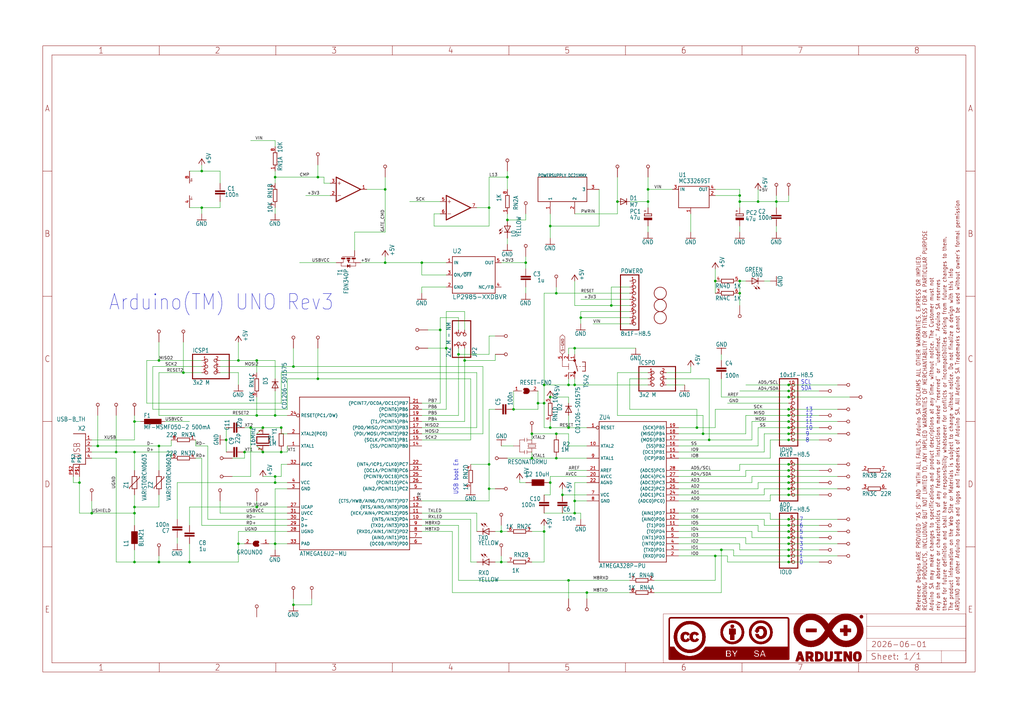
<source format=kicad_sch>
(kicad_sch (version 20230121) (generator eeschema)
  (paper "User" 425.45 298.45)
  (lib_symbols
    (symbol "UNO-TH_Rev3e-eagle-import:+5V" (power)
      (property "Value" "+5V" (at -2.54 -5.08 90))
      (symbol "+5V_1_0"
        (pin power_in line (at 0 -2.54 90) (length 2.54) (name "+5V") (number "1"))
      )
    )
    (symbol "UNO-TH_Rev3e-eagle-import:0715_CV201210-100K"
      (property "Reference" "L" (at -3.81 5.08 0))
      (symbol "0715_CV201210-100K_1_0"
        (pin passive line (at -5.08 2.54 0) (length 2.54) (name "1") (number "1"))
        (pin passive line (at 5.08 2.54 180) (length 2.54) (name "2") (number "2"))
      )
    )
    (symbol "UNO-TH_Rev3e-eagle-import:4R-NCAY16"
      (property "Reference" "RN" (at -5.08 -3.048 0))
      (symbol "4R-NCAY16_1_0"
        (pin passive line (at -5.08 0 0) (length 2.54) (name "1") (number "1"))
        (pin passive line (at 5.08 0 180) (length 2.54) (name "2") (number "8"))
      )
      (symbol "4R-NCAY16_2_0"
        (pin passive line (at -5.08 0 0) (length 2.54) (name "1") (number "2"))
        (pin passive line (at 5.08 0 180) (length 2.54) (name "2") (number "7"))
      )
      (symbol "4R-NCAY16_3_0"
        (pin passive line (at -5.08 0 0) (length 2.54) (name "1") (number "3"))
        (pin passive line (at 5.08 0 180) (length 2.54) (name "2") (number "6"))
      )
      (symbol "4R-NCAY16_4_0"
        (pin passive line (at -5.08 0 0) (length 2.54) (name "1") (number "4"))
        (pin passive line (at 5.08 0 180) (length 2.54) (name "2") (number "5"))
      )
    )
    (symbol "UNO-TH_Rev3e-eagle-import:A3-FRAME"
      (symbol "A3-FRAME_1_0"
        (text "${#}/${##}" (at 357.505 5.08 0) (effects (font (size 2.54 2.54)) (justify left bottom)))
        (text "${CURRENT_DATE}" (at 344.17 10.16 0) (effects (font (size 2.286 2.286)) (justify left bottom)))
        (text "${PROJECTNAME}" (at 344.17 15.24 0) (effects (font (size 2.54 2.54)) (justify left bottom)))
        (text "1" (at 24.2094 1.905 0) (effects (font (size 2.54 2.286))))
        (text "1" (at 24.2094 258.445 0) (effects (font (size 2.54 2.286))))
        (text "2" (at 72.6281 1.905 0) (effects (font (size 2.54 2.286))))
        (text "2" (at 72.6281 258.445 0) (effects (font (size 2.54 2.286))))
        (text "3" (at 121.0469 1.905 0) (effects (font (size 2.54 2.286))))
        (text "3" (at 121.0469 258.445 0) (effects (font (size 2.54 2.286))))
        (text "4" (at 169.4656 1.905 0) (effects (font (size 2.54 2.286))))
        (text "4" (at 169.4656 258.445 0) (effects (font (size 2.54 2.286))))
        (text "5" (at 217.8844 1.905 0) (effects (font (size 2.54 2.286))))
        (text "5" (at 217.8844 258.445 0) (effects (font (size 2.54 2.286))))
        (text "6" (at 266.3031 1.905 0) (effects (font (size 2.54 2.286))))
        (text "6" (at 266.3031 258.445 0) (effects (font (size 2.54 2.286))))
        (text "7" (at 314.7219 1.905 0) (effects (font (size 2.54 2.286))))
        (text "7" (at 314.7219 258.445 0) (effects (font (size 2.54 2.286))))
        (text "8" (at 363.1406 1.905 0) (effects (font (size 2.54 2.286))))
        (text "8" (at 363.1406 258.445 0) (effects (font (size 2.54 2.286))))
        (text "A" (at 1.905 234.315 0) (effects (font (size 2.54 2.286))))
        (text "A" (at 385.445 234.315 0) (effects (font (size 2.54 2.286))))
        (text "B" (at 1.905 182.245 0) (effects (font (size 2.54 2.286))))
        (text "B" (at 385.445 182.245 0) (effects (font (size 2.54 2.286))))
        (text "C" (at 1.905 130.175 0) (effects (font (size 2.54 2.286))))
        (text "C" (at 385.445 130.175 0) (effects (font (size 2.54 2.286))))
        (text "D" (at 1.905 78.105 0) (effects (font (size 2.54 2.286))))
        (text "D" (at 385.445 78.105 0) (effects (font (size 2.54 2.286))))
        (text "E" (at 1.905 26.035 0) (effects (font (size 2.54 2.286))))
        (text "E" (at 385.445 26.035 0) (effects (font (size 2.54 2.286))))
        (text "Reference Designs ARE PROVIDED \"AS IS\" AND \"WITH ALL FAULTS. Arduino SA DISCLAIMS ALL OTHER WARRANTIES, EXPRESS OR IMPLIED,\nREGARDING PRODUCTS, INCLUDING BUT NOT LIMITED TO, ANY IMPLIED WARRANTIES OF MERCHANTABILITY OR FITNESS FOR A PARTICULAR PURPOSE\nArduino SA may make changes to specifications and product descriptions at any time, without notice. The Customer must not\nrely on the absence or characteristics of any features or instructions marked \"reserved\" or \"undefined.\" Arduino SA reserves\nthese for future definition and shall have no responsibility whatsoever for conflicts or incompatibilities arising from future changes to them.\nThe product information on the Web Site or Materials is subject to change without notice. Do not finalize a design with this info\nARDUINO and other Arduino brands and logos and Trademarks of Arduino SA. All Arduino SA Trademarks cannot be used without owner's formal permission" (at 381 25.4 900) (effects (font (size 1.6764 1.4249)) (justify left bottom)))
        (text "Sheet:" (at 343.916 4.953 0) (effects (font (size 2.54 2.54)) (justify left bottom)))
      )
    )
    (symbol "UNO-TH_Rev3e-eagle-import:ATMEGA16U2-MU"
      (symbol "ATMEGA16U2-MU_1_0"
        (pin bidirectional line (at -27.94 12.7 0) (length 5.08) (name "XTAL1") (number "1"))
        (pin bidirectional line (at 27.94 -17.78 180) (length 5.08) (name "(INT5/AIN3)PD4") (number "10"))
        (pin bidirectional line (at 27.94 -15.24 180) (length 5.08) (name "(XCK/AIN4/PCINT12)PD5") (number "11"))
        (pin bidirectional line (at 27.94 -12.7 180) (length 5.08) (name "(RTS/AIN5/INT6)PD6") (number "12"))
        (pin bidirectional line (at 27.94 -10.16 180) (length 5.08) (name "(CTS/HWB/AIN6/TO/INT7)PD7") (number "13"))
        (pin bidirectional line (at 27.94 12.7 180) (length 5.08) (name "(SS/PCINT0)PB0") (number "14"))
        (pin bidirectional line (at 27.94 15.24 180) (length 5.08) (name "(SCLK/PCINT1)PB1") (number "15"))
        (pin bidirectional line (at 27.94 17.78 180) (length 5.08) (name "(PDI/MOSI/PCINT2)PB2") (number "16"))
        (pin bidirectional line (at 27.94 20.32 180) (length 5.08) (name "(PD0/MISO/PCINT3)PB3") (number "17"))
        (pin bidirectional line (at 27.94 22.86 180) (length 5.08) (name "(T1/PCINT4)PB4") (number "18"))
        (pin bidirectional line (at 27.94 25.4 180) (length 5.08) (name "(PCINT5)PB5") (number "19"))
        (pin bidirectional line (at -27.94 17.78 0) (length 5.08) (name "XTAL2(PC0)") (number "2"))
        (pin bidirectional line (at 27.94 27.94 180) (length 5.08) (name "(PCINT6)PB6") (number "20"))
        (pin bidirectional line (at 27.94 30.48 180) (length 5.08) (name "(PCINT7/OC0A/OC1C)PB7") (number "21"))
        (pin bidirectional line (at 27.94 5.08 180) (length 5.08) (name "(INT4/ICP1/CLK0)PC7") (number "22"))
        (pin bidirectional line (at 27.94 2.54 180) (length 5.08) (name "(OC1A/PCINT8)PC6") (number "23"))
        (pin input inverted (at -27.94 25.4 0) (length 5.08) (name "RESET(PC1/DW)") (number "24"))
        (pin bidirectional line (at 27.94 0 180) (length 5.08) (name "(PCINT9/OC1B)PC5") (number "25"))
        (pin bidirectional line (at 27.94 -2.54 180) (length 5.08) (name "(PCINT10)PC4") (number "26"))
        (pin passive line (at -27.94 -12.7 0) (length 5.08) (name "UCAP") (number "27"))
        (pin power_in line (at -27.94 -22.86 0) (length 5.08) (name "UGND") (number "28"))
        (pin bidirectional line (at -27.94 -20.32 0) (length 5.08) (name "D+") (number "29"))
        (pin power_in line (at -27.94 -5.08 0) (length 5.08) (name "GND") (number "3"))
        (pin bidirectional line (at -27.94 -17.78 0) (length 5.08) (name "D-") (number "30"))
        (pin power_in line (at -27.94 -15.24 0) (length 5.08) (name "UVCC") (number "31"))
        (pin power_in line (at -27.94 5.08 0) (length 5.08) (name "AVCC") (number "32"))
        (pin power_in line (at -27.94 -27.94 0) (length 5.08) (name "PAD") (number "33"))
        (pin power_in line (at -27.94 -2.54 0) (length 5.08) (name "VCC") (number "4"))
        (pin bidirectional line (at 27.94 -5.08 180) (length 5.08) (name "(AIN2/PCINT11)PC2") (number "5"))
        (pin bidirectional line (at 27.94 -27.94 180) (length 5.08) (name "(OC0B/INT0)PD0") (number "6"))
        (pin bidirectional line (at 27.94 -25.4 180) (length 5.08) (name "(AIN0/INT1)PD1") (number "7"))
        (pin bidirectional line (at 27.94 -22.86 180) (length 5.08) (name "(RXD1/AIN1/INT2)PD2") (number "8"))
        (pin bidirectional line (at 27.94 -20.32 180) (length 5.08) (name "(TXD1/INT3)PD3") (number "9"))
      )
    )
    (symbol "UNO-TH_Rev3e-eagle-import:ATMEGA328P-PU"
      (property "Reference" "IC" (at -15.24 28.702 0))
      (symbol "ATMEGA328P-PU_1_0"
        (pin input inverted (at -20.32 25.4 0) (length 5.08) (name "RESET") (number "1"))
        (pin bidirectional line (at -20.32 17.78 0) (length 5.08) (name "XTAL2") (number "10"))
        (pin bidirectional line (at 17.78 -15.24 180) (length 5.08) (name "(T1)PD5") (number "11"))
        (pin bidirectional line (at 17.78 -12.7 180) (length 5.08) (name "(AIN0)PD6") (number "12"))
        (pin bidirectional line (at 17.78 -10.16 180) (length 5.08) (name "(AIN1)PD7") (number "13"))
        (pin bidirectional line (at 17.78 12.7 180) (length 5.08) (name "(ICP)PB0") (number "14"))
        (pin bidirectional line (at 17.78 15.24 180) (length 5.08) (name "(OC1)PB1") (number "15"))
        (pin bidirectional line (at 17.78 17.78 180) (length 5.08) (name "(SS)PB2") (number "16"))
        (pin bidirectional line (at 17.78 20.32 180) (length 5.08) (name "(MOSI)PB3") (number "17"))
        (pin bidirectional line (at 17.78 22.86 180) (length 5.08) (name "(MISO)PB4") (number "18"))
        (pin bidirectional line (at 17.78 25.4 180) (length 5.08) (name "(SCK)PB5") (number "19"))
        (pin bidirectional line (at 17.78 -27.94 180) (length 5.08) (name "(RXD)PD0") (number "2"))
        (pin power_in line (at -20.32 5.08 0) (length 5.08) (name "AVCC") (number "20"))
        (pin passive line (at -20.32 7.62 0) (length 5.08) (name "AREF") (number "21"))
        (pin power_in line (at -20.32 2.54 0) (length 5.08) (name "AGND") (number "22"))
        (pin bidirectional line (at 17.78 -5.08 180) (length 5.08) (name "(ADC0)PC0)") (number "23"))
        (pin bidirectional line (at 17.78 -2.54 180) (length 5.08) (name "(ADC1)PC1") (number "24"))
        (pin bidirectional line (at 17.78 0 180) (length 5.08) (name "(ADC2)PC2") (number "25"))
        (pin bidirectional line (at 17.78 2.54 180) (length 5.08) (name "(ADC3)PC3") (number "26"))
        (pin bidirectional line (at 17.78 5.08 180) (length 5.08) (name "(ADC4)PC4") (number "27"))
        (pin bidirectional line (at 17.78 7.62 180) (length 5.08) (name "(ADC5)PC5") (number "28"))
        (pin bidirectional line (at 17.78 -25.4 180) (length 5.08) (name "(TXD)PD1") (number "3"))
        (pin bidirectional line (at 17.78 -22.86 180) (length 5.08) (name "(INT0)PD2") (number "4"))
        (pin bidirectional line (at 17.78 -20.32 180) (length 5.08) (name "(INT1)PD3") (number "5"))
        (pin bidirectional line (at 17.78 -17.78 180) (length 5.08) (name "(T0)PD4") (number "6"))
        (pin power_in line (at -20.32 -2.54 0) (length 5.08) (name "VCC") (number "7"))
        (pin power_in line (at -20.32 -5.08 0) (length 5.08) (name "GND") (number "8"))
        (pin bidirectional line (at -20.32 12.7 0) (length 5.08) (name "XTAL1") (number "9"))
      )
    )
    (symbol "UNO-TH_Rev3e-eagle-import:C-EU0603-RND"
      (property "Reference" "C" (at 1.524 0.381 0))
      (symbol "C-EU0603-RND_1_0"
        (pin passive line (at 0 2.54 270) (length 2.54) (name "1") (number "1"))
        (pin passive line (at 0 -5.08 90) (length 2.54) (name "2") (number "2"))
      )
    )
    (symbol "UNO-TH_Rev3e-eagle-import:CPOL-EUD"
      (property "Reference" "C" (at 1.143 0.4826 0))
      (symbol "CPOL-EUD_1_0"
        (text "+" (at -0.5842 0.4064 900) (effects (font (size 1.27 1.0795)) (justify left bottom)))
        (pin passive line (at 0 2.54 270) (length 2.54) (name "+") (number "+"))
        (pin passive line (at 0 -5.08 90) (length 2.54) (name "-") (number "-"))
      )
    )
    (symbol "UNO-TH_Rev3e-eagle-import:DIODE-MINIMELF"
      (property "Reference" "D" (at 2.54 0.4826 0))
      (symbol "DIODE-MINIMELF_1_0"
        (pin passive line (at -2.54 0 0) (length 2.54) (name "A") (number "A"))
        (pin passive line (at 2.54 0 180) (length 2.54) (name "C") (number "C"))
      )
    )
    (symbol "UNO-TH_Rev3e-eagle-import:DIODE-SMB"
      (property "Reference" "D" (at 2.54 0.4826 0))
      (symbol "DIODE-SMB_1_0"
        (pin passive line (at -2.54 0 0) (length 2.54) (name "A") (number "A"))
        (pin passive line (at 2.54 0 180) (length 2.54) (name "C") (number "C"))
      )
    )
    (symbol "UNO-TH_Rev3e-eagle-import:FIDUCIALMOUNT")
    (symbol "UNO-TH_Rev3e-eagle-import:GND" (power)
      (property "Value" "GND" (at -2.54 -2.54 0))
      (symbol "GND_1_0"
        (pin power_in line (at 0 2.54 270) (length 2.54) (name "GND") (number "1"))
      )
    )
    (symbol "UNO-TH_Rev3e-eagle-import:L-EUL1812"
      (property "Reference" "L" (at -1.4986 -3.81 90))
      (symbol "L-EUL1812_1_0"
        (pin passive line (at 0 5.08 270) (length 2.54) (name "1") (number "1"))
        (pin passive line (at 0 -5.08 90) (length 2.54) (name "2") (number "2"))
      )
    )
    (symbol "UNO-TH_Rev3e-eagle-import:LEDCHIP-LED0805"
      (property "Reference" "LED" (at 3.556 -4.572 90))
      (symbol "LEDCHIP-LED0805_1_0"
        (pin passive line (at 0 2.54 270) (length 2.54) (name "A") (number "A"))
        (pin passive line (at 0 -5.08 90) (length 2.54) (name "C") (number "C"))
      )
    )
    (symbol "UNO-TH_Rev3e-eagle-import:LMV358?MM"
      (symbol "LMV358?MM_1_0"
        (pin output line (at 7.62 0 180) (length 2.54) (name "OUT") (number "1"))
        (pin input line (at -7.62 -2.54 0) (length 2.54) (name "-IN") (number "2"))
        (pin input line (at -7.62 2.54 0) (length 2.54) (name "+IN") (number "3"))
      )
      (symbol "LMV358?MM_2_0"
        (pin input line (at -7.62 2.54 0) (length 2.54) (name "+IN") (number "5"))
        (pin input line (at -7.62 -2.54 0) (length 2.54) (name "-IN") (number "6"))
        (pin output line (at 7.62 0 180) (length 2.54) (name "OUT") (number "7"))
      )
      (symbol "LMV358?MM_3_0"
        (text "V+" (at 1.27 3.175 900) (effects (font (size 0.8128 0.6908)) (justify left bottom)))
        (text "V-" (at 1.27 -4.445 900) (effects (font (size 0.8128 0.6908)) (justify left bottom)))
        (pin power_in line (at 0 -7.62 90) (length 5.08) (name "V-") (number "4"))
        (pin power_in line (at 0 7.62 270) (length 5.08) (name "V+") (number "8"))
      )
    )
    (symbol "UNO-TH_Rev3e-eagle-import:LP2985-XXDBVR"
      (property "Reference" "IC" (at -7.62 8.89 0))
      (symbol "LP2985-XXDBVR_1_0"
        (pin input line (at -10.16 5.08 0) (length 2.54) (name "IN") (number "1"))
        (pin power_in line (at -10.16 -5.08 0) (length 2.54) (name "GND") (number "2"))
        (pin input line (at -10.16 0 0) (length 2.54) (name "ON/~{OFF}") (number "3"))
        (pin passive line (at 12.7 -5.08 180) (length 2.54) (name "NC/FB") (number "4"))
        (pin passive line (at 12.7 5.08 180) (length 2.54) (name "OUT") (number "5"))
      )
    )
    (symbol "UNO-TH_Rev3e-eagle-import:MC33269ST"
      (property "Reference" "IC" (at -5.08 7.62 0))
      (symbol "MC33269ST_1_0"
        (pin input line (at 0 -5.08 90) (length 2.54) (name "GND/ADJ") (number "1"))
        (pin passive line (at 10.16 2.54 180) (length 2.54) (name "OUT@1") (number "2"))
        (pin input line (at -7.62 5.08 0) (length 2.54) (name "IN") (number "3"))
        (pin passive line (at 10.16 5.08 180) (length 2.54) (name "OUT") (number "4"))
      )
    )
    (symbol "UNO-TH_Rev3e-eagle-import:PINHD-1X10_ARD"
      (property "Reference" "JP" (at -6.35 13.335 0))
      (symbol "PINHD-1X10_ARD_1_0"
        (pin passive inverted (at -2.54 10.16 0) (length 2.54) (name "1") (number "1"))
        (pin passive inverted (at -2.54 -12.7 0) (length 2.54) (name "10") (number "10"))
        (pin passive inverted (at -2.54 7.62 0) (length 2.54) (name "2") (number "2"))
        (pin passive inverted (at -2.54 5.08 0) (length 2.54) (name "3") (number "3"))
        (pin passive inverted (at -2.54 2.54 0) (length 2.54) (name "4") (number "4"))
        (pin passive inverted (at -2.54 0 0) (length 2.54) (name "5") (number "5"))
        (pin passive inverted (at -2.54 -2.54 0) (length 2.54) (name "6") (number "6"))
        (pin passive inverted (at -2.54 -5.08 0) (length 2.54) (name "7") (number "7"))
        (pin passive inverted (at -2.54 -7.62 0) (length 2.54) (name "8") (number "8"))
        (pin passive inverted (at -2.54 -10.16 0) (length 2.54) (name "9") (number "9"))
      )
    )
    (symbol "UNO-TH_Rev3e-eagle-import:PINHD-1X6"
      (property "Reference" "JP" (at -6.35 10.795 0))
      (symbol "PINHD-1X6_1_0"
        (pin passive inverted (at -2.54 7.62 0) (length 2.54) (name "1") (number "1"))
        (pin passive inverted (at -2.54 5.08 0) (length 2.54) (name "2") (number "2"))
        (pin passive inverted (at -2.54 2.54 0) (length 2.54) (name "3") (number "3"))
        (pin passive inverted (at -2.54 0 0) (length 2.54) (name "4") (number "4"))
        (pin passive inverted (at -2.54 -2.54 0) (length 2.54) (name "5") (number "5"))
        (pin passive inverted (at -2.54 -5.08 0) (length 2.54) (name "6") (number "6"))
      )
    )
    (symbol "UNO-TH_Rev3e-eagle-import:PINHD-1X8"
      (property "Reference" "JP" (at -6.35 13.335 0))
      (symbol "PINHD-1X8_1_0"
        (pin passive inverted (at -2.54 10.16 0) (length 2.54) (name "1") (number "1"))
        (pin passive inverted (at -2.54 7.62 0) (length 2.54) (name "2") (number "2"))
        (pin passive inverted (at -2.54 5.08 0) (length 2.54) (name "3") (number "3"))
        (pin passive inverted (at -2.54 2.54 0) (length 2.54) (name "4") (number "4"))
        (pin passive inverted (at -2.54 0 0) (length 2.54) (name "5") (number "5"))
        (pin passive inverted (at -2.54 -2.54 0) (length 2.54) (name "6") (number "6"))
        (pin passive inverted (at -2.54 -5.08 0) (length 2.54) (name "7") (number "7"))
        (pin passive inverted (at -2.54 -7.62 0) (length 2.54) (name "8") (number "8"))
      )
    )
    (symbol "UNO-TH_Rev3e-eagle-import:PINHD-2X2"
      (property "Reference" "JP" (at -8.89 5.715 0))
      (symbol "PINHD-2X2_1_0"
        (pin passive inverted (at -5.08 2.54 0) (length 2.54) (name "1") (number "1"))
        (pin passive inverted (at 2.54 2.54 180) (length 2.54) (name "2") (number "2"))
        (pin passive inverted (at -5.08 0 0) (length 2.54) (name "3") (number "3"))
        (pin passive inverted (at 2.54 0 180) (length 2.54) (name "4") (number "4"))
      )
    )
    (symbol "UNO-TH_Rev3e-eagle-import:PINHD-2X3"
      (property "Reference" "JP" (at -6.35 5.715 0))
      (symbol "PINHD-2X3_1_0"
        (pin passive inverted (at -2.54 2.54 0) (length 2.54) (name "1") (number "1"))
        (pin passive inverted (at 5.08 2.54 180) (length 2.54) (name "2") (number "2"))
        (pin passive inverted (at -2.54 0 0) (length 2.54) (name "3") (number "3"))
        (pin passive inverted (at 5.08 0 180) (length 2.54) (name "4") (number "4"))
        (pin passive inverted (at -2.54 -2.54 0) (length 2.54) (name "5") (number "5"))
        (pin passive inverted (at 5.08 -2.54 180) (length 2.54) (name "6") (number "6"))
      )
    )
    (symbol "UNO-TH_Rev3e-eagle-import:PMOSSOT23"
      (property "Reference" "T" (at 2.54 2.54 0))
      (symbol "PMOSSOT23_1_0"
        (pin passive line (at 0 5.08 270) (length 2.54) (name "D") (number "1"))
        (pin passive line (at 0 -5.08 90) (length 2.54) (name "S") (number "2"))
        (pin passive line (at -5.08 -2.54 0) (length 2.54) (name "G") (number "3"))
      )
    )
    (symbol "UNO-TH_Rev3e-eagle-import:PN61729"
      (property "Reference" "X" (at 0 8.89 0))
      (symbol "PN61729_1_0"
        (text "USB" (at 5.08 -2.54 900) (effects (font (size 2.54 2.159)) (justify left bottom)))
        (pin bidirectional line (at -2.54 5.08 0) (length 2.54) (name "1") (number "1"))
        (pin bidirectional line (at -2.54 2.54 0) (length 2.54) (name "2") (number "2"))
        (pin bidirectional line (at -2.54 0 0) (length 2.54) (name "3") (number "3"))
        (pin bidirectional line (at -2.54 -2.54 0) (length 2.54) (name "4") (number "4"))
        (pin bidirectional line (at 2.54 -10.16 90) (length 5.08) (name "P$1") (number "P$1"))
        (pin bidirectional line (at 5.08 -10.16 90) (length 5.08) (name "P$2") (number "P$2"))
      )
    )
    (symbol "UNO-TH_Rev3e-eagle-import:POWERSUPPLY_DC21MMX"
      (symbol "POWERSUPPLY_DC21MMX_1_0"
        (pin power_in line (at -5.08 -10.16 90) (length 5.08) (name "1") (number "1"))
        (pin power_in line (at 5.08 -10.16 90) (length 5.08) (name "2") (number "2"))
        (pin power_in line (at 15.24 0 180) (length 5.08) (name "3") (number "3"))
      )
    )
    (symbol "UNO-TH_Rev3e-eagle-import:R-EU_R0603"
      (property "Reference" "R" (at -3.81 1.4986 0))
      (symbol "R-EU_R0603_1_0"
        (pin passive line (at -5.08 0 0) (length 2.54) (name "1") (number "1"))
        (pin passive line (at 5.08 0 180) (length 2.54) (name "2") (number "2"))
      )
    )
    (symbol "UNO-TH_Rev3e-eagle-import:RESONATORMU"
      (property "Reference" "Y" (at -5.08 4.572 0))
      (symbol "RESONATORMU_1_0"
        (pin passive line (at 0 2.54 180) (length 0) (name "1") (number "1"))
        (pin passive line (at -7.62 0 0) (length 0) (name "2") (number "2"))
        (pin passive line (at 0 -2.54 180) (length 0) (name "3") (number "3"))
      )
    )
    (symbol "UNO-TH_Rev3e-eagle-import:SJ"
      (property "Reference" "SJ" (at -2.54 2.54 0))
      (symbol "SJ_1_0"
        (pin passive line (at -5.08 0 0) (length 2.54) (name "1") (number "1"))
        (pin passive line (at 5.08 0 180) (length 2.54) (name "2") (number "2"))
      )
    )
    (symbol "UNO-TH_Rev3e-eagle-import:TP_SP"
      (symbol "TP_SP_1_0"
        (pin passive inverted (at 0 0 0) (length 5.08) (name "TESTP") (number "X"))
      )
    )
    (symbol "UNO-TH_Rev3e-eagle-import:TS42"
      (symbol "TS42_1_0"
        (pin passive line (at 0 -5.08 90) (length 2.54) (name "1") (number "1"))
        (pin passive line (at 2.54 -5.08 90) (length 2.54) (name "2") (number "2"))
        (pin passive line (at 0 5.08 270) (length 2.54) (name "3") (number "3"))
        (pin passive line (at 2.54 5.08 270) (length 2.54) (name "4") (number "4"))
        (pin power_in line (at 5.08 -5.08 90) (length 2.54) (name "5-GND") (number "5"))
      )
    )
    (symbol "UNO-TH_Rev3e-eagle-import:VARISTORCN0603"
      (property "Reference" "R" (at -2.54 3.81 0))
      (symbol "VARISTORCN0603_1_0"
        (pin passive line (at 5.08 0 180) (length 2.54) (name "1") (number "1"))
        (pin passive line (at -5.08 0 0) (length 2.54) (name "2") (number "2"))
      )
    )
    (symbol "UNO-TH_Rev3e-eagle-import:WE-CBF_0805"
      (property "Reference" "L" (at -3.81 5.08 0))
      (symbol "WE-CBF_0805_1_0"
        (pin passive line (at -5.08 2.54 0) (length 2.54) (name "1") (number "1"))
        (pin passive line (at 5.08 2.54 180) (length 2.54) (name "2") (number "2"))
      )
    )
    (symbol "UNO-TH_Rev3e-eagle-import:XTAL/S"
      (property "Reference" "Q" (at -5.08 3.81 0))
      (symbol "XTAL/S_1_0"
        (pin passive line (at -5.08 0 0) (length 2.54) (name "1") (number "1"))
        (pin passive line (at 5.08 0 180) (length 2.54) (name "2") (number "2"))
      )
    )
  )
  (junction (at 121.92 251.46))
  (junction (at 327.66 182.88))
  (junction (at 233.68 205.74))
  (junction (at 307.34 81.28))
  (junction (at 33.02 200.66))
  (junction (at 99.06 149.86))
  (junction (at 55.88 213.36))
  (junction (at 327.66 180.34))
  (junction (at 106.68 172.72))
  (junction (at 289.56 177.8))
  (junction (at 203.2 193.04))
  (junction (at 327.66 233.68))
  (junction (at 299.72 228.6))
  (junction (at 269.24 83.82))
  (junction (at 55.88 175.26))
  (junction (at 38.1 213.36))
  (junction (at 241.3 132.08))
  (junction (at 243.84 246.38))
  (junction (at 327.66 195.58))
  (junction (at 236.22 160.02))
  (junction (at 55.88 233.68))
  (junction (at 238.76 208.28))
  (junction (at 83.82 71.12))
  (junction (at 231.14 121.92))
  (junction (at 114.3 172.72))
  (junction (at 220.98 190.5))
  (junction (at 220.98 180.34))
  (junction (at 327.66 231.14))
  (junction (at 66.04 149.86))
  (junction (at 238.76 213.36))
  (junction (at 327.66 175.26))
  (junction (at 226.06 167.64))
  (junction (at 327.66 205.74))
  (junction (at 314.96 83.82))
  (junction (at 228.6 177.8))
  (junction (at 238.76 160.02))
  (junction (at 55.88 210.82))
  (junction (at 208.28 220.98))
  (junction (at 327.66 198.12))
  (junction (at 40.64 185.42))
  (junction (at 327.66 160.02))
  (junction (at 104.14 177.8))
  (junction (at 193.04 149.86))
  (junction (at 228.6 93.98))
  (junction (at 327.66 203.2))
  (junction (at 236.22 241.3))
  (junction (at 226.06 160.02))
  (junction (at 231.14 190.5))
  (junction (at 307.34 116.84))
  (junction (at 114.3 73.66))
  (junction (at 231.14 180.34))
  (junction (at 76.2 154.94))
  (junction (at 121.92 152.4))
  (junction (at 269.24 78.74))
  (junction (at 327.66 223.52))
  (junction (at 106.68 149.86))
  (junction (at 327.66 193.04))
  (junction (at 327.66 170.18))
  (junction (at 327.66 162.56))
  (junction (at 236.22 177.8))
  (junction (at 66.04 185.42))
  (junction (at 160.02 109.22))
  (junction (at 327.66 172.72))
  (junction (at 228.6 165.1))
  (junction (at 182.88 137.16))
  (junction (at 190.5 147.32))
  (junction (at 256.54 83.82))
  (junction (at 294.64 182.88))
  (junction (at 78.74 233.68))
  (junction (at 226.06 220.98))
  (junction (at 297.18 231.14))
  (junction (at 83.82 86.36))
  (junction (at 297.18 116.84))
  (junction (at 101.6 187.96))
  (junction (at 114.3 200.66))
  (junction (at 114.3 198.12))
  (junction (at 327.66 226.06))
  (junction (at 327.66 200.66))
  (junction (at 55.88 187.96))
  (junction (at 208.28 233.68))
  (junction (at 228.6 200.66))
  (junction (at 322.58 83.82))
  (junction (at 185.42 144.78))
  (junction (at 307.34 121.92))
  (junction (at 93.98 182.88))
  (junction (at 307.34 83.82))
  (junction (at 327.66 228.6))
  (junction (at 238.76 144.78))
  (junction (at 327.66 177.8))
  (junction (at 203.2 203.2))
  (junction (at 327.66 165.1))
  (junction (at 213.36 170.18))
  (junction (at 48.26 187.96))
  (junction (at 210.82 91.44))
  (junction (at 116.84 187.96))
  (junction (at 109.22 187.96))
  (junction (at 116.84 177.8))
  (junction (at 66.04 233.68))
  (junction (at 203.2 86.36))
  (junction (at 223.52 167.64))
  (junction (at 132.08 157.48))
  (junction (at 132.08 73.66))
  (junction (at 292.1 180.34))
  (junction (at 106.68 210.82))
  (junction (at 109.22 177.8))
  (junction (at 114.3 226.06))
  (junction (at 218.44 109.22))
  (junction (at 210.82 73.66))
  (junction (at 327.66 215.9))
  (junction (at 175.26 109.22))
  (junction (at 254 127))
  (junction (at 327.66 218.44))
  (junction (at 327.66 220.98))
  (junction (at 99.06 226.06))
  (junction (at 160.02 78.74))
  (wire (pts (xy 114.3 58.42) (xy 114.3 60.96)) (stroke (width 0.1524)))
  (wire (pts (xy 121.92 152.4) (xy 91.44 152.4)) (stroke (width 0.1524)))
  (wire (pts (xy 71.12 187.96) (xy 71.12 190.5)) (stroke (width 0.1524)))
  (wire (pts (xy 114.3 88.9) (xy 114.3 86.36)) (stroke (width 0.1524)))
  (wire (pts (xy 203.2 73.66) (xy 203.2 86.36)) (stroke (width 0.1524)))
  (wire (pts (xy 40.64 185.42) (xy 66.04 185.42)) (stroke (width 0.1524)))
  (wire (pts (xy 281.94 200.66) (xy 312.42 200.66)) (stroke (width 0.1524)))
  (wire (pts (xy 71.12 187.96) (xy 55.88 187.96)) (stroke (width 0.1524)))
  (wire (pts (xy 175.26 177.8) (xy 198.12 177.8)) (stroke (width 0.1524)))
  (wire (pts (xy 66.04 210.82) (xy 55.88 210.82)) (stroke (width 0.1524)))
  (wire (pts (xy 327.66 220.98) (xy 347.98 220.98)) (stroke (width 0.1524)))
  (wire (pts (xy 238.76 208.28) (xy 243.84 208.28)) (stroke (width 0.1524)))
  (wire (pts (xy 327.66 223.52) (xy 312.42 223.52)) (stroke (width 0.1524)))
  (wire (pts (xy 327.66 200.66) (xy 314.96 200.66)) (stroke (width 0.1524)))
  (wire (pts (xy 269.24 96.52) (xy 269.24 93.98)) (stroke (width 0.1524)))
  (wire (pts (xy 190.5 218.44) (xy 190.5 241.3)) (stroke (width 0.1524)))
  (wire (pts (xy 220.98 190.5) (xy 210.82 190.5)) (stroke (width 0.1524)))
  (wire (pts (xy 327.66 215.9) (xy 347.98 215.9)) (stroke (width 0.1524)))
  (wire (pts (xy 236.22 248.92) (xy 236.22 241.3)) (stroke (width 0.1524)))
  (wire (pts (xy 327.66 195.58) (xy 309.88 195.58)) (stroke (width 0.1524)))
  (wire (pts (xy 203.2 208.28) (xy 203.2 203.2)) (stroke (width 0.1524)))
  (wire (pts (xy 190.5 147.32) (xy 203.2 147.32)) (stroke (width 0.1524)))
  (wire (pts (xy 38.1 190.5) (xy 48.26 190.5)) (stroke (width 0.1524)))
  (wire (pts (xy 81.28 182.88) (xy 81.28 185.42)) (stroke (width 0.1524)))
  (wire (pts (xy 91.44 213.36) (xy 119.38 213.36)) (stroke (width 0.1524)))
  (wire (pts (xy 327.66 162.56) (xy 307.34 162.56)) (stroke (width 0.1524)))
  (wire (pts (xy 327.66 228.6) (xy 307.34 228.6)) (stroke (width 0.1524)))
  (wire (pts (xy 256.54 88.9) (xy 256.54 83.82)) (stroke (width 0.1524)))
  (wire (pts (xy 116.84 154.94) (xy 116.84 167.64)) (stroke (width 0.1524)))
  (wire (pts (xy 190.5 241.3) (xy 236.22 241.3)) (stroke (width 0.1524)))
  (wire (pts (xy 91.44 83.82) (xy 91.44 86.36)) (stroke (width 0.1524)))
  (wire (pts (xy 223.52 167.64) (xy 226.06 167.64)) (stroke (width 0.1524)))
  (wire (pts (xy 96.52 198.12) (xy 104.14 198.12)) (stroke (width 0.1524)))
  (wire (pts (xy 340.36 205.74) (xy 327.66 205.74)) (stroke (width 0.1524)))
  (wire (pts (xy 231.14 180.34) (xy 236.22 180.34)) (stroke (width 0.1524)))
  (wire (pts (xy 175.26 182.88) (xy 195.58 182.88)) (stroke (width 0.1524)))
  (wire (pts (xy 220.98 233.68) (xy 226.06 233.68)) (stroke (width 0.1524)))
  (wire (pts (xy 236.22 165.1) (xy 236.22 167.64)) (stroke (width 0.1524)))
  (wire (pts (xy 175.26 119.38) (xy 175.26 121.92)) (stroke (width 0.1524)))
  (wire (pts (xy 307.34 226.06) (xy 281.94 226.06)) (stroke (width 0.1524)))
  (wire (pts (xy 55.88 187.96) (xy 48.26 187.96)) (stroke (width 0.1524)))
  (wire (pts (xy 76.2 142.24) (xy 76.2 154.94)) (stroke (width 0.1524)))
  (wire (pts (xy 320.04 190.5) (xy 320.04 182.88)) (stroke (width 0.1524)))
  (wire (pts (xy 238.76 213.36) (xy 241.3 213.36)) (stroke (width 0.1524)))
  (wire (pts (xy 121.92 251.46) (xy 121.92 248.92)) (stroke (width 0.1524)))
  (wire (pts (xy 281.94 177.8) (xy 289.56 177.8)) (stroke (width 0.1524)))
  (wire (pts (xy 281.94 185.42) (xy 314.96 185.42)) (stroke (width 0.1524)))
  (wire (pts (xy 78.74 233.68) (xy 99.06 233.68)) (stroke (width 0.1524)))
  (wire (pts (xy 322.58 93.98) (xy 322.58 96.52)) (stroke (width 0.1524)))
  (wire (pts (xy 66.04 231.14) (xy 66.04 233.68)) (stroke (width 0.1524)))
  (wire (pts (xy 91.44 154.94) (xy 99.06 154.94)) (stroke (width 0.1524)))
  (wire (pts (xy 320.04 205.74) (xy 320.04 208.28)) (stroke (width 0.1524)))
  (wire (pts (xy 297.18 177.8) (xy 297.18 170.18)) (stroke (width 0.1524)))
  (wire (pts (xy 299.72 165.1) (xy 327.66 165.1)) (stroke (width 0.1524)))
  (wire (pts (xy 226.06 167.64) (xy 226.06 177.8)) (stroke (width 0.1524)))
  (wire (pts (xy 78.74 218.44) (xy 78.74 210.82)) (stroke (width 0.1524)))
  (wire (pts (xy 261.62 246.38) (xy 243.84 246.38)) (stroke (width 0.1524)))
  (wire (pts (xy 312.42 200.66) (xy 312.42 198.12)) (stroke (width 0.1524)))
  (wire (pts (xy 327.66 160.02) (xy 347.98 160.02)) (stroke (width 0.1524)))
  (wire (pts (xy 327.66 160.02) (xy 309.88 160.02)) (stroke (width 0.1524)))
  (wire (pts (xy 320.04 215.9) (xy 327.66 215.9)) (stroke (width 0.1524)))
  (wire (pts (xy 309.88 223.52) (xy 309.88 226.06)) (stroke (width 0.1524)))
  (wire (pts (xy 109.22 177.8) (xy 104.14 177.8)) (stroke (width 0.1524)))
  (wire (pts (xy 238.76 213.36) (xy 238.76 208.28)) (stroke (width 0.1524)))
  (wire (pts (xy 228.6 175.26) (xy 228.6 177.8)) (stroke (width 0.1524)))
  (wire (pts (xy 160.02 109.22) (xy 175.26 109.22)) (stroke (width 0.1524)))
  (wire (pts (xy 160.02 109.22) (xy 160.02 106.68)) (stroke (width 0.1524)))
  (wire (pts (xy 182.88 137.16) (xy 182.88 167.64)) (stroke (width 0.1524)))
  (wire (pts (xy 116.84 177.8) (xy 116.84 180.34)) (stroke (width 0.1524)))
  (wire (pts (xy 243.84 190.5) (xy 231.14 190.5)) (stroke (width 0.1524)))
  (wire (pts (xy 340.36 200.66) (xy 327.66 200.66)) (stroke (width 0.1524)))
  (wire (pts (xy 86.36 185.42) (xy 86.36 215.9)) (stroke (width 0.1524)))
  (wire (pts (xy 317.5 215.9) (xy 281.94 215.9)) (stroke (width 0.1524)))
  (wire (pts (xy 302.26 233.68) (xy 302.26 231.14)) (stroke (width 0.1524)))
  (wire (pts (xy 78.74 175.26) (xy 68.58 175.26)) (stroke (width 0.1524)))
  (wire (pts (xy 213.36 170.18) (xy 223.52 170.18)) (stroke (width 0.1524)))
  (wire (pts (xy 198.12 154.94) (xy 116.84 154.94)) (stroke (width 0.1524)))
  (wire (pts (xy 314.96 200.66) (xy 314.96 203.2)) (stroke (width 0.1524)))
  (wire (pts (xy 228.6 205.74) (xy 228.6 200.66)) (stroke (width 0.1524)))
  (wire (pts (xy 299.72 246.38) (xy 299.72 228.6)) (stroke (width 0.1524)))
  (wire (pts (xy 327.66 233.68) (xy 302.26 233.68)) (stroke (width 0.1524)))
  (wire (pts (xy 91.44 86.36) (xy 83.82 86.36)) (stroke (width 0.1524)))
  (wire (pts (xy 55.88 218.44) (xy 55.88 213.36)) (stroke (width 0.1524)))
  (wire (pts (xy 241.3 132.08) (xy 241.3 134.62)) (stroke (width 0.1524)))
  (wire (pts (xy 55.88 213.36) (xy 38.1 213.36)) (stroke (width 0.1524)))
  (wire (pts (xy 180.34 93.98) (xy 180.34 88.9)) (stroke (width 0.1524)))
  (wire (pts (xy 104.14 177.8) (xy 101.6 177.8)) (stroke (width 0.1524)))
  (wire (pts (xy 309.88 172.72) (xy 327.66 172.72)) (stroke (width 0.1524)))
  (wire (pts (xy 228.6 165.1) (xy 236.22 165.1)) (stroke (width 0.1524)))
  (wire (pts (xy 218.44 106.68) (xy 218.44 109.22)) (stroke (width 0.1524)))
  (wire (pts (xy 182.88 132.08) (xy 182.88 137.16)) (stroke (width 0.1524)))
  (wire (pts (xy 213.36 185.42) (xy 208.28 185.42)) (stroke (width 0.1524)))
  (wire (pts (xy 238.76 144.78) (xy 264.16 144.78)) (stroke (width 0.1524)))
  (wire (pts (xy 340.36 218.44) (xy 327.66 218.44)) (stroke (width 0.1524)))
  (wire (pts (xy 347.98 203.2) (xy 327.66 203.2)) (stroke (width 0.1524)))
  (wire (pts (xy 297.18 231.14) (xy 281.94 231.14)) (stroke (width 0.1524)))
  (wire (pts (xy 175.26 167.64) (xy 182.88 167.64)) (stroke (width 0.1524)))
  (wire (pts (xy 314.96 203.2) (xy 281.94 203.2)) (stroke (width 0.1524)))
  (wire (pts (xy 119.38 215.9) (xy 86.36 215.9)) (stroke (width 0.1524)))
  (wire (pts (xy 55.88 228.6) (xy 55.88 233.68)) (stroke (width 0.1524)))
  (wire (pts (xy 210.82 88.9) (xy 210.82 91.44)) (stroke (width 0.1524)))
  (wire (pts (xy 271.78 246.38) (xy 299.72 246.38)) (stroke (width 0.1524)))
  (wire (pts (xy 340.36 177.8) (xy 327.66 177.8)) (stroke (width 0.1524)))
  (wire (pts (xy 236.22 185.42) (xy 243.84 185.42)) (stroke (width 0.1524)))
  (wire (pts (xy 228.6 200.66) (xy 228.6 198.12)) (stroke (width 0.1524)))
  (wire (pts (xy 312.42 220.98) (xy 281.94 220.98)) (stroke (width 0.1524)))
  (wire (pts (xy 119.38 200.66) (xy 114.3 200.66)) (stroke (width 0.1524)))
  (wire (pts (xy 66.04 154.94) (xy 76.2 154.94)) (stroke (width 0.1524)))
  (wire (pts (xy 261.62 129.54) (xy 241.3 129.54)) (stroke (width 0.1524)))
  (wire (pts (xy 104.14 198.12) (xy 104.14 177.8)) (stroke (width 0.1524)))
  (wire (pts (xy 66.04 149.86) (xy 83.82 149.86)) (stroke (width 0.1524)))
  (wire (pts (xy 116.84 193.04) (xy 116.84 198.12)) (stroke (width 0.1524)))
  (wire (pts (xy 243.84 246.38) (xy 187.96 246.38)) (stroke (width 0.1524)))
  (wire (pts (xy 193.04 129.54) (xy 193.04 137.16)) (stroke (width 0.1524)))
  (wire (pts (xy 30.48 198.12) (xy 30.48 200.66)) (stroke (width 0.1524)))
  (wire (pts (xy 55.88 233.68) (xy 66.04 233.68)) (stroke (width 0.1524)))
  (wire (pts (xy 312.42 223.52) (xy 312.42 220.98)) (stroke (width 0.1524)))
  (wire (pts (xy 73.66 200.66) (xy 73.66 215.9)) (stroke (width 0.1524)))
  (wire (pts (xy 322.58 83.82) (xy 322.58 81.28)) (stroke (width 0.1524)))
  (wire (pts (xy 284.48 160.02) (xy 276.86 160.02)) (stroke (width 0.1524)))
  (wire (pts (xy 320.04 213.36) (xy 320.04 215.9)) (stroke (width 0.1524)))
  (wire (pts (xy 215.9 199.39) (xy 215.9 200.66)) (stroke (width 0.1524)))
  (wire (pts (xy 218.44 91.44) (xy 218.44 88.9)) (stroke (width 0.1524)))
  (wire (pts (xy 119.38 170.18) (xy 63.5 170.18)) (stroke (width 0.1524)))
  (wire (pts (xy 208.28 109.22) (xy 218.44 109.22)) (stroke (width 0.1524)))
  (wire (pts (xy 55.88 175.26) (xy 58.42 175.26)) (stroke (width 0.1524)))
  (wire (pts (xy 218.44 121.92) (xy 218.44 119.38)) (stroke (width 0.1524)))
  (wire (pts (xy 294.64 157.48) (xy 294.64 182.88)) (stroke (width 0.1524)))
  (wire (pts (xy 320.04 208.28) (xy 281.94 208.28)) (stroke (width 0.1524)))
  (wire (pts (xy 248.92 93.98) (xy 248.92 78.74)) (stroke (width 0.1524)))
  (wire (pts (xy 238.76 200.66) (xy 238.76 208.28)) (stroke (width 0.1524)))
  (wire (pts (xy 213.36 170.18) (xy 213.36 162.56)) (stroke (width 0.1524)))
  (wire (pts (xy 106.68 149.86) (xy 114.3 149.86)) (stroke (width 0.1524)))
  (wire (pts (xy 243.84 200.66) (xy 238.76 200.66)) (stroke (width 0.1524)))
  (wire (pts (xy 76.2 154.94) (xy 83.82 154.94)) (stroke (width 0.1524)))
  (wire (pts (xy 55.88 210.82) (xy 55.88 205.74)) (stroke (width 0.1524)))
  (wire (pts (xy 314.96 220.98) (xy 327.66 220.98)) (stroke (width 0.1524)))
  (wire (pts (xy 314.96 185.42) (xy 314.96 177.8)) (stroke (width 0.1524)))
  (wire (pts (xy 307.34 121.92) (xy 307.34 127)) (stroke (width 0.1524)))
  (wire (pts (xy 208.28 220.98) (xy 205.74 220.98)) (stroke (width 0.1524)))
  (wire (pts (xy 195.58 157.48) (xy 132.08 157.48)) (stroke (width 0.1524)))
  (wire (pts (xy 205.74 170.18) (xy 203.2 170.18)) (stroke (width 0.1524)))
  (wire (pts (xy 327.66 231.14) (xy 347.98 231.14)) (stroke (width 0.1524)))
  (wire (pts (xy 106.68 149.86) (xy 106.68 154.94)) (stroke (width 0.1524)))
  (wire (pts (xy 106.68 210.82) (xy 106.68 208.28)) (stroke (width 0.1524)))
  (wire (pts (xy 63.5 170.18) (xy 63.5 152.4)) (stroke (width 0.1524)))
  (wire (pts (xy 198.12 177.8) (xy 198.12 154.94)) (stroke (width 0.1524)))
  (wire (pts (xy 91.44 213.36) (xy 91.44 208.28)) (stroke (width 0.1524)))
  (wire (pts (xy 317.5 205.74) (xy 317.5 203.2)) (stroke (width 0.1524)))
  (wire (pts (xy 327.66 165.1) (xy 353.06 165.1)) (stroke (width 0.1524)))
  (wire (pts (xy 99.06 149.86) (xy 106.68 149.86)) (stroke (width 0.1524)))
  (wire (pts (xy 114.3 228.6) (xy 114.3 226.06)) (stroke (width 0.1524)))
  (wire (pts (xy 327.66 218.44) (xy 317.5 218.44)) (stroke (width 0.1524)))
  (wire (pts (xy 238.76 144.78) (xy 238.76 147.32)) (stroke (width 0.1524)))
  (wire (pts (xy 114.3 149.86) (xy 114.3 157.48)) (stroke (width 0.1524)))
  (wire (pts (xy 287.02 154.94) (xy 276.86 154.94)) (stroke (width 0.1524)))
  (wire (pts (xy 99.06 233.68) (xy 99.06 226.06)) (stroke (width 0.1524)))
  (wire (pts (xy 292.1 172.72) (xy 292.1 180.34)) (stroke (width 0.1524)))
  (wire (pts (xy 119.38 157.48) (xy 119.38 170.18)) (stroke (width 0.1524)))
  (wire (pts (xy 231.14 119.38) (xy 231.14 121.92)) (stroke (width 0.1524)))
  (wire (pts (xy 320.04 182.88) (xy 327.66 182.88)) (stroke (width 0.1524)))
  (wire (pts (xy 215.9 200.66) (xy 218.44 200.66)) (stroke (width 0.1524)))
  (wire (pts (xy 289.56 170.18) (xy 289.56 177.8)) (stroke (width 0.1524)))
  (wire (pts (xy 231.14 190.5) (xy 220.98 190.5)) (stroke (width 0.1524)))
  (wire (pts (xy 205.74 203.2) (xy 203.2 203.2)) (stroke (width 0.1524)))
  (wire (pts (xy 307.34 228.6) (xy 307.34 226.06)) (stroke (width 0.1524)))
  (wire (pts (xy 246.38 134.62) (xy 261.62 134.62)) (stroke (width 0.1524)))
  (wire (pts (xy 241.3 213.36) (xy 241.3 215.9)) (stroke (width 0.1524)))
  (wire (pts (xy 111.76 226.06) (xy 114.3 226.06)) (stroke (width 0.1524)))
  (wire (pts (xy 160.02 78.74) (xy 152.4 78.74)) (stroke (width 0.1524)))
  (wire (pts (xy 233.68 205.74) (xy 233.68 203.2)) (stroke (width 0.1524)))
  (wire (pts (xy 175.26 175.26) (xy 193.04 175.26)) (stroke (width 0.1524)))
  (wire (pts (xy 48.26 187.96) (xy 38.1 187.96)) (stroke (width 0.1524)))
  (wire (pts (xy 55.88 210.82) (xy 55.88 213.36)) (stroke (width 0.1524)))
  (wire (pts (xy 195.58 182.88) (xy 195.58 157.48)) (stroke (width 0.1524)))
  (wire (pts (xy 114.3 200.66) (xy 73.66 200.66)) (stroke (width 0.1524)))
  (wire (pts (xy 261.62 157.48) (xy 261.62 170.18)) (stroke (width 0.1524)))
  (wire (pts (xy 93.98 187.96) (xy 93.98 182.88)) (stroke (width 0.1524)))
  (wire (pts (xy 208.28 233.68) (xy 205.74 233.68)) (stroke (width 0.1524)))
  (wire (pts (xy 287.02 152.4) (xy 287.02 154.94)) (stroke (width 0.1524)))
  (wire (pts (xy 347.98 170.18) (xy 327.66 170.18)) (stroke (width 0.1524)))
  (wire (pts (xy 114.3 73.66) (xy 114.3 76.2)) (stroke (width 0.1524)))
  (wire (pts (xy 279.4 78.74) (xy 269.24 78.74)) (stroke (width 0.1524)))
  (wire (pts (xy 327.66 205.74) (xy 320.04 205.74)) (stroke (width 0.1524)))
  (wire (pts (xy 114.3 73.66) (xy 132.08 73.66)) (stroke (width 0.1524)))
  (wire (pts (xy 81.28 190.5) (xy 83.82 190.5)) (stroke (width 0.1524)))
  (wire (pts (xy 327.66 162.56) (xy 340.36 162.56)) (stroke (width 0.1524)))
  (wire (pts (xy 297.18 81.28) (xy 307.34 81.28)) (stroke (width 0.1524)))
  (wire (pts (xy 175.26 208.28) (xy 203.2 208.28)) (stroke (width 0.1524)))
  (wire (pts (xy 175.26 218.44) (xy 190.5 218.44)) (stroke (width 0.1524)))
  (wire (pts (xy 299.72 147.32) (xy 299.72 149.86)) (stroke (width 0.1524)))
  (wire (pts (xy 48.26 233.68) (xy 55.88 233.68)) (stroke (width 0.1524)))
  (wire (pts (xy 99.06 220.98) (xy 119.38 220.98)) (stroke (width 0.1524)))
  (wire (pts (xy 220.98 182.88) (xy 220.98 180.34)) (stroke (width 0.1524)))
  (wire (pts (xy 177.8 144.78) (xy 185.42 144.78)) (stroke (width 0.1524)))
  (wire (pts (xy 182.88 83.82) (xy 170.18 83.82)) (stroke (width 0.1524)))
  (wire (pts (xy 261.62 127) (xy 254 127)) (stroke (width 0.1524)))
  (wire (pts (xy 66.04 233.68) (xy 78.74 233.68)) (stroke (width 0.1524)))
  (wire (pts (xy 210.82 220.98) (xy 208.28 220.98)) (stroke (width 0.1524)))
  (wire (pts (xy 314.96 78.74) (xy 314.96 83.82)) (stroke (width 0.1524)))
  (wire (pts (xy 185.42 144.78) (xy 185.42 129.54)) (stroke (width 0.1524)))
  (wire (pts (xy 307.34 121.92) (xy 307.34 116.84)) (stroke (width 0.1524)))
  (wire (pts (xy 185.42 129.54) (xy 193.04 129.54)) (stroke (width 0.1524)))
  (wire (pts (xy 226.06 220.98) (xy 226.06 218.44)) (stroke (width 0.1524)))
  (wire (pts (xy 121.92 251.46) (xy 129.54 251.46)) (stroke (width 0.1524)))
  (wire (pts (xy 99.06 149.86) (xy 99.06 142.24)) (stroke (width 0.1524)))
  (wire (pts (xy 226.06 160.02) (xy 226.06 121.92)) (stroke (width 0.1524)))
  (wire (pts (xy 236.22 180.34) (xy 236.22 185.42)) (stroke (width 0.1524)))
  (wire (pts (xy 83.82 68.58) (xy 83.82 71.12)) (stroke (width 0.1524)))
  (wire (pts (xy 185.42 170.18) (xy 185.42 144.78)) (stroke (width 0.1524)))
  (wire (pts (xy 203.2 147.32) (xy 203.2 139.7)) (stroke (width 0.1524)))
  (wire (pts (xy 231.14 121.92) (xy 261.62 121.92)) (stroke (width 0.1524)))
  (wire (pts (xy 116.84 187.96) (xy 119.38 187.96)) (stroke (width 0.1524)))
  (wire (pts (xy 114.3 71.12) (xy 114.3 73.66)) (stroke (width 0.1524)))
  (wire (pts (xy 281.94 223.52) (xy 309.88 223.52)) (stroke (width 0.1524)))
  (wire (pts (xy 187.96 246.38) (xy 187.96 220.98)) (stroke (width 0.1524)))
  (wire (pts (xy 317.5 180.34) (xy 317.5 187.96)) (stroke (width 0.1524)))
  (wire (pts (xy 55.88 182.88) (xy 55.88 175.26)) (stroke (width 0.1524)))
  (wire (pts (xy 137.16 81.28) (xy 127 81.28)) (stroke (width 0.1524)))
  (wire (pts (xy 307.34 81.28) (xy 307.34 83.82)) (stroke (width 0.1524)))
  (wire (pts (xy 256.54 73.66) (xy 256.54 83.82)) (stroke (width 0.1524)))
  (wire (pts (xy 132.08 68.58) (xy 132.08 73.66)) (stroke (width 0.1524)))
  (wire (pts (xy 190.5 147.32) (xy 190.5 144.78)) (stroke (width 0.1524)))
  (wire (pts (xy 299.72 228.6) (xy 304.8 228.6)) (stroke (width 0.1524)))
  (wire (pts (xy 40.64 172.72) (xy 40.64 185.42)) (stroke (width 0.1524)))
  (wire (pts (xy 307.34 78.74) (xy 307.34 81.28)) (stroke (width 0.1524)))
  (wire (pts (xy 83.82 218.44) (xy 119.38 218.44)) (stroke (width 0.1524)))
  (wire (pts (xy 93.98 182.88) (xy 93.98 177.8)) (stroke (width 0.1524)))
  (wire (pts (xy 109.22 198.12) (xy 114.3 198.12)) (stroke (width 0.1524)))
  (wire (pts (xy 276.86 157.48) (xy 294.64 157.48)) (stroke (width 0.1524)))
  (wire (pts (xy 269.24 73.66) (xy 269.24 78.74)) (stroke (width 0.1524)))
  (wire (pts (xy 60.96 167.64) (xy 60.96 149.86)) (stroke (width 0.1524)))
  (wire (pts (xy 322.58 83.82) (xy 327.66 83.82)) (stroke (width 0.1524)))
  (wire (pts (xy 208.28 231.14) (xy 208.28 233.68)) (stroke (width 0.1524)))
  (wire (pts (xy 83.82 71.12) (xy 91.44 71.12)) (stroke (width 0.1524)))
  (wire (pts (xy 297.18 241.3) (xy 271.78 241.3)) (stroke (width 0.1524)))
  (wire (pts (xy 347.98 198.12) (xy 327.66 198.12)) (stroke (width 0.1524)))
  (wire (pts (xy 340.36 223.52) (xy 327.66 223.52)) (stroke (width 0.1524)))
  (wire (pts (xy 281.94 228.6) (xy 299.72 228.6)) (stroke (width 0.1524)))
  (wire (pts (xy 106.68 210.82) (xy 78.74 210.82)) (stroke (width 0.1524)))
  (wire (pts (xy 121.92 152.4) (xy 121.92 144.78)) (stroke (width 0.1524)))
  (wire (pts (xy 83.82 88.9) (xy 83.82 86.36)) (stroke (width 0.1524)))
  (wire (pts (xy 66.04 205.74) (xy 66.04 210.82)) (stroke (width 0.1524)))
  (wire (pts (xy 238.76 157.48) (xy 238.76 160.02)) (stroke (width 0.1524)))
  (wire (pts (xy 134.62 76.2) (xy 134.62 73.66)) (stroke (width 0.1524)))
  (wire (pts (xy 91.44 71.12) (xy 91.44 76.2)) (stroke (width 0.1524)))
  (wire (pts (xy 287.02 96.52) (xy 287.02 88.9)) (stroke (width 0.1524)))
  (wire (pts (xy 307.34 86.36) (xy 307.34 83.82)) (stroke (width 0.1524)))
  (wire (pts (xy 210.82 71.12) (xy 210.82 73.66)) (stroke (width 0.1524)))
  (wire (pts (xy 193.04 175.26) (xy 193.04 149.86)) (stroke (width 0.1524)))
  (wire (pts (xy 297.18 121.92) (xy 297.18 116.84)) (stroke (width 0.1524)))
  (wire (pts (xy 261.62 119.38) (xy 254 119.38)) (stroke (width 0.1524)))
  (wire (pts (xy 238.76 213.36) (xy 233.68 213.36)) (stroke (width 0.1524)))
  (wire (pts (xy 33.02 213.36) (xy 33.02 200.66)) (stroke (width 0.1524)))
  (wire (pts (xy 200.66 180.34) (xy 200.66 152.4)) (stroke (width 0.1524)))
  (wire (pts (xy 243.84 195.58) (xy 236.22 195.58)) (stroke (width 0.1524)))
  (wire (pts (xy 261.62 83.82) (xy 269.24 83.82)) (stroke (width 0.1524)))
  (wire (pts (xy 281.94 218.44) (xy 314.96 218.44)) (stroke (width 0.1524)))
  (wire (pts (xy 73.66 226.06) (xy 73.66 223.52)) (stroke (width 0.1524)))
  (wire (pts (xy 243.84 248.92) (xy 243.84 246.38)) (stroke (width 0.1524)))
  (wire (pts (xy 347.98 193.04) (xy 327.66 193.04)) (stroke (width 0.1524)))
  (wire (pts (xy 177.8 137.16) (xy 182.88 137.16)) (stroke (width 0.1524)))
  (wire (pts (xy 208.28 218.44) (xy 208.28 220.98)) (stroke (width 0.1524)))
  (wire (pts (xy 210.82 73.66) (xy 203.2 73.66)) (stroke (width 0.1524)))
  (wire (pts (xy 198.12 233.68) (xy 195.58 233.68)) (stroke (width 0.1524)))
  (wire (pts (xy 256.54 172.72) (xy 292.1 172.72)) (stroke (width 0.1524)))
  (wire (pts (xy 81.28 185.42) (xy 86.36 185.42)) (stroke (width 0.1524)))
  (wire (pts (xy 294.64 182.88) (xy 281.94 182.88)) (stroke (width 0.1524)))
  (wire (pts (xy 132.08 157.48) (xy 132.08 144.78)) (stroke (width 0.1524)))
  (wire (pts (xy 106.68 172.72) (xy 106.68 165.1)) (stroke (width 0.1524)))
  (wire (pts (xy 38.1 182.88) (xy 55.88 182.88)) (stroke (width 0.1524)))
  (wire (pts (xy 149.86 109.22) (xy 160.02 109.22)) (stroke (width 0.1524)))
  (wire (pts (xy 309.88 195.58) (xy 309.88 198.12)) (stroke (width 0.1524)))
  (wire (pts (xy 175.26 114.3) (xy 175.26 109.22)) (stroke (width 0.1524)))
  (wire (pts (xy 200.66 152.4) (xy 121.92 152.4)) (stroke (width 0.1524)))
  (wire (pts (xy 307.34 93.98) (xy 307.34 96.52)) (stroke (width 0.1524)))
  (wire (pts (xy 314.96 177.8) (xy 327.66 177.8)) (stroke (width 0.1524)))
  (wire (pts (xy 38.1 208.28) (xy 38.1 213.36)) (stroke (width 0.1524)))
  (wire (pts (xy 304.8 228.6) (xy 304.8 231.14)) (stroke (width 0.1524)))
  (wire (pts (xy 327.66 226.06) (xy 347.98 226.06)) (stroke (width 0.1524)))
  (wire (pts (xy 218.44 109.22) (xy 218.44 111.76)) (stroke (width 0.1524)))
  (wire (pts (xy 312.42 198.12) (xy 327.66 198.12)) (stroke (width 0.1524)))
  (wire (pts (xy 55.88 187.96) (xy 55.88 195.58)) (stroke (width 0.1524)))
  (wire (pts (xy 48.26 172.72) (xy 48.26 187.96)) (stroke (width 0.1524)))
  (wire (pts (xy 309.88 116.84) (xy 307.34 116.84)) (stroke (width 0.1524)))
  (wire (pts (xy 185.42 114.3) (xy 175.26 114.3)) (stroke (width 0.1524)))
  (wire (pts (xy 66.04 185.42) (xy 66.04 195.58)) (stroke (width 0.1524)))
  (wire (pts (xy 106.68 172.72) (xy 66.04 172.72)) (stroke (width 0.1524)))
  (wire (pts (xy 78.74 86.36) (xy 83.82 86.36)) (stroke (width 0.1524)))
  (wire (pts (xy 116.84 167.64) (xy 60.96 167.64)) (stroke (width 0.1524)))
  (wire (pts (xy 106.68 180.34) (xy 109.22 177.8)) (stroke (width 0.1524)))
  (wire (pts (xy 66.04 142.24) (xy 66.04 149.86)) (stroke (width 0.1524)))
  (wire (pts (xy 66.04 185.42) (xy 71.12 185.42)) (stroke (width 0.1524)))
  (wire (pts (xy 48.26 190.5) (xy 48.26 233.68)) (stroke (width 0.1524)))
  (wire (pts (xy 238.76 88.9) (xy 256.54 88.9)) (stroke (width 0.1524)))
  (wire (pts (xy 256.54 154.94) (xy 256.54 172.72)) (stroke (width 0.1524)))
  (wire (pts (xy 99.06 154.94) (xy 99.06 160.02)) (stroke (width 0.1524)))
  (wire (pts (xy 147.32 96.52) (xy 160.02 96.52)) (stroke (width 0.1524)))
  (wire (pts (xy 304.8 231.14) (xy 327.66 231.14)) (stroke (width 0.1524)))
  (wire (pts (xy 238.76 160.02) (xy 236.22 160.02)) (stroke (width 0.1524)))
  (wire (pts (xy 38.1 185.42) (xy 40.64 185.42)) (stroke (width 0.1524)))
  (wire (pts (xy 269.24 160.02) (xy 238.76 160.02)) (stroke (width 0.1524)))
  (wire (pts (xy 302.26 231.14) (xy 297.18 231.14)) (stroke (width 0.1524)))
  (wire (pts (xy 198.12 220.98) (xy 198.12 213.36)) (stroke (width 0.1524)))
  (wire (pts (xy 269.24 154.94) (xy 256.54 154.94)) (stroke (width 0.1524)))
  (wire (pts (xy 71.12 182.88) (xy 71.12 185.42)) (stroke (width 0.1524)))
  (wire (pts (xy 261.62 170.18) (xy 289.56 170.18)) (stroke (width 0.1524)))
  (wire (pts (xy 320.04 116.84) (xy 317.5 116.84)) (stroke (width 0.1524)))
  (wire (pts (xy 63.5 152.4) (xy 83.82 152.4)) (stroke (width 0.1524)))
  (wire (pts (xy 327.66 180.34) (xy 317.5 180.34)) (stroke (width 0.1524)))
  (wire (pts (xy 210.82 91.44) (xy 218.44 91.44)) (stroke (width 0.1524)))
  (wire (pts (xy 203.2 203.2) (xy 203.2 193.04)) (stroke (width 0.1524)))
  (wire (pts (xy 299.72 157.48) (xy 299.72 165.1)) (stroke (width 0.1524)))
  (wire (pts (xy 203.2 93.98) (xy 180.34 93.98)) (stroke (width 0.1524)))
  (wire (pts (xy 78.74 71.12) (xy 83.82 71.12)) (stroke (width 0.1524)))
  (wire (pts (xy 243.84 205.74) (xy 233.68 205.74)) (stroke (width 0.1524)))
  (wire (pts (xy 30.48 200.66) (xy 33.02 200.66)) (stroke (width 0.1524)))
  (wire (pts (xy 317.5 187.96) (xy 281.94 187.96)) (stroke (width 0.1524)))
  (wire (pts (xy 327.66 175.26) (xy 312.42 175.26)) (stroke (width 0.1524)))
  (wire (pts (xy 109.22 177.8) (xy 116.84 177.8)) (stroke (width 0.1524)))
  (wire (pts (xy 195.58 233.68) (xy 195.58 215.9)) (stroke (width 0.1524)))
  (wire (pts (xy 109.22 187.96) (xy 101.6 187.96)) (stroke (width 0.1524)))
  (wire (pts (xy 317.5 218.44) (xy 317.5 215.9)) (stroke (width 0.1524)))
  (wire (pts (xy 228.6 93.98) (xy 228.6 99.06)) (stroke (width 0.1524)))
  (wire (pts (xy 312.42 182.88) (xy 294.64 182.88)) (stroke (width 0.1524)))
  (wire (pts (xy 236.22 144.78) (xy 236.22 147.32)) (stroke (width 0.1524)))
  (wire (pts (xy 223.52 170.18) (xy 223.52 167.64)) (stroke (width 0.1524)))
  (wire (pts (xy 238.76 127) (xy 238.76 116.84)) (stroke (width 0.1524)))
  (wire (pts (xy 269.24 83.82) (xy 269.24 78.74)) (stroke (width 0.1524)))
  (wire (pts (xy 220.98 220.98) (xy 226.06 220.98)) (stroke (width 0.1524)))
  (wire (pts (xy 297.18 170.18) (xy 327.66 170.18)) (stroke (width 0.1524)))
  (wire (pts (xy 195.58 215.9) (xy 175.26 215.9)) (stroke (width 0.1524)))
  (wire (pts (xy 228.6 177.8) (xy 226.06 177.8)) (stroke (width 0.1524)))
  (wire (pts (xy 91.44 149.86) (xy 99.06 149.86)) (stroke (width 0.1524)))
  (wire (pts (xy 132.08 157.48) (xy 119.38 157.48)) (stroke (width 0.1524)))
  (wire (pts (xy 297.18 78.74) (xy 307.34 78.74)) (stroke (width 0.1524)))
  (wire (pts (xy 83.82 190.5) (xy 83.82 218.44)) (stroke (width 0.1524)))
  (wire (pts (xy 307.34 193.04) (xy 327.66 193.04)) (stroke (width 0.1524)))
  (wire (pts (xy 317.5 203.2) (xy 327.66 203.2)) (stroke (width 0.1524)))
  (wire (pts (xy 254 127) (xy 238.76 127)) (stroke (width 0.1524)))
  (wire (pts (xy 261.62 132.08) (xy 241.3 132.08)) (stroke (width 0.1524)))
  (wire (pts (xy 233.68 213.36) (xy 226.06 213.36)) (stroke (width 0.1524)))
  (wire (pts (xy 190.5 172.72) (xy 190.5 147.32)) (stroke (width 0.1524)))
  (wire (pts (xy 193.04 149.86) (xy 205.74 149.86)) (stroke (width 0.1524)))
  (wire (pts (xy 292.1 180.34) (xy 309.88 180.34)) (stroke (width 0.1524)))
  (wire (pts (xy 340.36 228.6) (xy 327.66 228.6)) (stroke (width 0.1524)))
  (wire (pts (xy 281.94 195.58) (xy 307.34 195.58)) (stroke (width 0.1524)))
  (wire (pts (xy 281.94 213.36) (xy 320.04 213.36)) (stroke (width 0.1524)))
  (wire (pts (xy 185.42 119.38) (xy 175.26 119.38)) (stroke (width 0.1524)))
  (wire (pts (xy 203.2 139.7) (xy 205.74 139.7)) (stroke (width 0.1524)))
  (wire (pts (xy 226.06 121.92) (xy 231.14 121.92)) (stroke (width 0.1524)))
  (wire (pts (xy 210.82 101.6) (xy 210.82 99.06)) (stroke (width 0.1524)))
  (wire (pts (xy 220.98 180.34) (xy 231.14 180.34)) (stroke (width 0.1524)))
  (wire (pts (xy 119.38 187.96) (xy 119.38 185.42)) (stroke (width 0.1524)))
  (wire (pts (xy 78.74 226.06) (xy 78.74 233.68)) (stroke (width 0.1524)))
  (wire (pts (xy 327.66 83.82) (xy 327.66 81.28)) (stroke (width 0.1524)))
  (wire (pts (xy 269.24 86.36) (xy 269.24 83.82)) (stroke (width 0.1524)))
  (wire (pts (xy 289.56 177.8) (xy 297.18 177.8)) (stroke (width 0.1524)))
  (wire (pts (xy 96.52 190.5) (xy 101.6 190.5)) (stroke (width 0.1524)))
  (wire (pts (xy 314.96 83.82) (xy 322.58 83.82)) (stroke (width 0.1524)))
  (wire (pts (xy 340.36 233.68) (xy 327.66 233.68)) (stroke (width 0.1524)))
  (wire (pts (xy 205.74 149.86) (xy 205.74 147.32)) (stroke (width 0.1524)))
  (wire (pts (xy 226.06 205.74) (xy 228.6 205.74)) (stroke (width 0.1524)))
  (wire (pts (xy 198.12 86.36) (xy 203.2 86.36)) (stroke (width 0.1524)))
  (wire (pts (xy 312.42 175.26) (xy 312.42 182.88)) (stroke (width 0.1524)))
  (wire (pts (xy 187.96 220.98) (xy 175.26 220.98)) (stroke (width 0.1524)))
  (wire (pts (xy 309.88 226.06) (xy 327.66 226.06)) (stroke (width 0.1524)))
  (wire (pts (xy 175.26 109.22) (xy 185.42 109.22)) (stroke (width 0.1524)))
  (wire (pts (xy 297.18 116.84) (xy 297.18 111.76)) (stroke (width 0.1524)))
  (wire (pts (xy 281.94 190.5) (xy 320.04 190.5)) (stroke (width 0.1524)))
  (wire (pts (xy 309.88 198.12) (xy 281.94 198.12)) (stroke (width 0.1524)))
  (wire (pts (xy 243.84 177.8) (xy 236.22 177.8)) (stroke (width 0.1524)))
  (wire (pts (xy 101.6 190.5) (xy 101.6 187.96)) (stroke (width 0.1524)))
  (wire (pts (xy 340.36 195.58) (xy 327.66 195.58)) (stroke (width 0.1524)))
  (wire (pts (xy 175.26 172.72) (xy 190.5 172.72)) (stroke (width 0.1524)))
  (wire (pts (xy 129.54 251.46) (xy 129.54 248.92)) (stroke (width 0.1524)))
  (wire (pts (xy 66.04 172.72) (xy 66.04 154.94)) (stroke (width 0.1524)))
  (wire (pts (xy 195.58 193.04) (xy 203.2 193.04)) (stroke (width 0.1524)))
  (wire (pts (xy 236.22 157.48) (xy 236.22 160.02)) (stroke (width 0.1524)))
  (wire (pts (xy 119.38 203.2) (xy 114.3 203.2)) (stroke (width 0.1524)))
  (wire (pts (xy 101.6 226.06) (xy 99.06 226.06)) (stroke (width 0.1524)))
  (wire (pts (xy 307.34 195.58) (xy 307.34 193.04)) (stroke (width 0.1524)))
  (wire (pts (xy 269.24 157.48) (xy 261.62 157.48)) (stroke (width 0.1524)))
  (wire (pts (xy 297.18 241.3) (xy 297.18 231.14)) (stroke (width 0.1524)))
  (wire (pts (xy 223.52 167.64) (xy 223.52 162.56)) (stroke (width 0.1524)))
  (wire (pts (xy 193.04 149.86) (xy 193.04 144.78)) (stroke (width 0.1524)))
  (wire (pts (xy 327.66 180.34) (xy 347.98 180.34)) (stroke (width 0.1524)))
  (wire (pts (xy 114.3 203.2) (xy 114.3 226.06)) (stroke (width 0.1524)))
  (wire (pts (xy 203.2 86.36) (xy 203.2 93.98)) (stroke (width 0.1524)))
  (wire (pts (xy 116.84 198.12) (xy 114.3 198.12)) (stroke (width 0.1524)))
  (wire (pts (xy 314.96 218.44) (xy 314.96 220.98)) (stroke (width 0.1524)))
  (wire (pts (xy 236.22 160.02) (xy 226.06 160.02)) (stroke (width 0.1524)))
  (wire (pts (xy 160.02 73.66) (xy 160.02 78.74)) (stroke (width 0.1524)))
  (wire (pts (xy 281.94 205.74) (xy 317.5 205.74)) (stroke (width 0.1524)))
  (wire (pts (xy 236.22 241.3) (xy 261.62 241.3)) (stroke (width 0.1524)))
  (wire (pts (xy 327.66 172.72) (xy 340.36 172.72)) (stroke (width 0.1524)))
  (wire (pts (xy 322.58 83.82) (xy 322.58 86.36)) (stroke (width 0.1524)))
  (wire (pts (xy 175.26 170.18) (xy 185.42 170.18)) (stroke (width 0.1524)))
  (wire (pts (xy 119.38 172.72) (xy 114.3 172.72)) (stroke (width 0.1524)))
  (wire (pts (xy 119.38 193.04) (xy 116.84 193.04)) (stroke (width 0.1524)))
  (wire (pts (xy 327.66 167.64) (xy 302.26 167.64)) (stroke (width 0.1524)))
  (wire (pts (xy 55.88 172.72) (xy 55.88 175.26)) (stroke (width 0.1524)))
  (wire (pts (xy 210.82 78.74) (xy 210.82 73.66)) (stroke (width 0.1524)))
  (wire (pts (xy 210.82 233.68) (xy 208.28 233.68)) (stroke (width 0.1524)))
  (wire (pts (xy 180.34 88.9) (xy 182.88 88.9)) (stroke (width 0.1524)))
  (wire (pts (xy 160.02 96.52) (xy 160.02 78.74)) (stroke (width 0.1524)))
  (wire (pts (xy 243.84 198.12) (xy 228.6 198.12)) (stroke (width 0.1524)))
  (wire (pts (xy 327.66 175.26) (xy 347.98 175.26)) (stroke (width 0.1524)))
  (wire (pts (xy 116.84 180.34) (xy 119.38 180.34)) (stroke (width 0.1524)))
  (wire (pts (xy 236.22 172.72) (xy 236.22 177.8)) (stroke (width 0.1524)))
  (wire (pts (xy 104.14 58.42) (xy 114.3 58.42)) (stroke (width 0.1524)))
  (wire (pts (xy 99.06 226.06) (xy 99.06 220.98)) (stroke (width 0.1524)))
  (wire (pts (xy 228.6 88.9) (xy 228.6 93.98)) (stroke (width 0.1524)))
  (wire (pts (xy 114.3 162.56) (xy 114.3 172.72)) (stroke (width 0.1524)))
  (wire (pts (xy 198.12 213.36) (xy 175.26 213.36)) (stroke (width 0.1524)))
  (wire (pts (xy 190.5 132.08) (xy 182.88 132.08)) (stroke (width 0.1524)))
  (wire (pts (xy 132.08 73.66) (xy 134.62 73.66)) (stroke (width 0.1524)))
  (wire (pts (xy 292.1 180.34) (xy 281.94 180.34)) (stroke (width 0.1524)))
  (wire (pts (xy 124.46 109.22) (xy 139.7 109.22)) (stroke (width 0.1524)))
  (wire (pts (xy 340.36 182.88) (xy 327.66 182.88)) (stroke (width 0.1524)))
  (wire (pts (xy 33.02 200.66) (xy 33.02 198.12)) (stroke (width 0.1524)))
  (wire (pts (xy 226.06 220.98) (xy 226.06 233.68)) (stroke (width 0.1524)))
  (wire (pts (xy 114.3 198.12) (xy 114.3 200.66)) (stroke (width 0.1524)))
  (wire (pts (xy 226.06 167.64) (xy 226.06 160.02)) (stroke (width 0.1524)))
  (wire (pts (xy 116.84 187.96) (xy 109.22 187.96)) (stroke (width 0.1524)))
  (wire (pts (xy 254 119.38) (xy 254 127)) (stroke (width 0.1524)))
  (wire (pts (xy 241.3 129.54) (xy 241.3 132.08)) (stroke (width 0.1524)))
  (wire (pts (xy 236.22 177.8) (xy 228.6 177.8)) (stroke (width 0.1524)))
  (wire (pts (xy 175.26 180.34) (xy 200.66 180.34)) (stroke (width 0.1524)))
  (wire (pts (xy 60.96 149.86) (xy 66.04 149.86)) (stroke (width 0.1524)))
  (wire (pts (xy 106.68 185.42) (xy 109.22 187.96)) (stroke (width 0.1524)))
  (wire (pts (xy 119.38 226.06) (xy 114.3 226.06)) (stroke (width 0.1524)))
  (wire (pts (xy 137.16 76.2) (xy 134.62 76.2)) (stroke (width 0.1524)))
  (wire (pts (xy 220.98 190.5) (xy 220.98 187.96)) (stroke (width 0.1524)))
  (wire (pts (xy 228.6 93.98) (xy 248.92 93.98)) (stroke (width 0.1524)))
  (wire (pts (xy 261.62 124.46) (xy 241.3 124.46)) (stroke (width 0.1524)))
  (wire (pts (xy 119.38 210.82) (xy 106.68 210.82)) (stroke (width 0.1524)))
  (wire (pts (xy 307.34 83.82) (xy 314.96 83.82)) (stroke (width 0.1524)))
  (wire (pts (xy 114.3 172.72) (xy 106.68 172.72)) (stroke (width 0.1524)))
  (wire (pts (xy 309.88 180.34) (xy 309.88 172.72)) (stroke (width 0.1524)))
  (wire (pts (xy 38.1 213.36) (xy 33.02 213.36)) (stroke (width 0.1524)))
  (wire (pts (xy 236.22 144.78) (xy 238.76 144.78)) (stroke (width 0.1524)))
  (wire (pts (xy 147.32 104.14) (xy 147.32 96.52)) (stroke (width 0.1524)))
  (wire (pts (xy 190.5 137.16) (xy 190.5 132.08)) (stroke (width 0.1524)))
  (wire (pts (xy 203.2 193.04) (xy 203.2 170.18)) (stroke (width 0.1524)))
  (text "SCL" (at 332.74 160.02 0) (effects (font (size 1.778 1.5113)) (justify left bottom)))
  (text "5" (at 332.105 222.25 0) (effects (font (size 1.778 1.5113)) (justify left bottom)))
  (text "12" (at 334.645 173.99 0) (effects (font (size 1.778 1.5113)) (justify left bottom)))
  (text "6" (at 332.105 219.71 0) (effects (font (size 1.778 1.5113)) (justify left bottom)))
  (text "Arduino(TM) UNO Rev3" (at 45.085 129.54 0) (effects (font (size 6.4516 5.4838)) (justify left bottom)))
  (text "8" (at 334.645 184.15 0) (effects (font (size 1.778 1.5113)) (justify left bottom)))
  (text "13" (at 334.645 171.45 0) (effects (font (size 1.778 1.5113)) (justify left bottom)))
  (text "2" (at 332.105 229.87 0) (effects (font (size 1.778 1.5113)) (justify left bottom)))
  (text "3" (at 332.105 227.33 0) (effects (font (size 1.778 1.5113)) (justify left bottom)))
  (text "0" (at 332.105 234.95 0) (effects (font (size 1.778 1.5113)) (justify left bottom)))
  (text "10" (at 334.645 179.07 0) (effects (font (size 1.778 1.5113)) (justify left bottom)))
  (text "USB boot En" (at 190.5 205.74 90) (effects (font (size 1.778 1.5113)) (justify left bottom)))
  (text "7" (at 332.105 217.17 0) (effects (font (size 1.778 1.5113)) (justify left bottom)))
  (text "11" (at 334.645 176.53 0) (effects (font (size 1.778 1.5113)) (justify left bottom)))
  (text "4" (at 332.105 224.79 0) (effects (font (size 1.778 1.5113)) (justify left bottom)))
  (text "1" (at 332.105 232.41 0) (effects (font (size 1.778 1.5113)) (justify left bottom)))
  (text "SDA" (at 332.74 162.56 0) (effects (font (size 1.778 1.5113)) (justify left bottom)))
  (text "9" (at 334.645 181.61 0) (effects (font (size 1.778 1.5113)) (justify left bottom)))
  (label "SCK2" (at 176.53 182.88 0) (effects (font (size 1.2446 1.2446))))
  (label "XT2" (at 101.6 177.8 0) (effects (font (size 1.2446 1.2446))))
  (label "D+" (at 60.96 187.96 0) (effects (font (size 1.2446 1.2446))))
  (label "RXLED" (at 177.8 215.9 0) (effects (font (size 1.2446 1.2446))))
  (label "RD+" (at 102.235 218.44 0) (effects (font (size 1.2446 1.2446))))
  (label "SCK" (at 313.055 170.18 0) (effects (font (size 1.2446 1.2446))))
  (label "IO9" (at 287.02 187.96 0) (effects (font (size 1.2446 1.2446))))
  (label "USBVCC" (at 129.54 109.22 0) (effects (font (size 1.2446 1.2446))))
  (label "RESET" (at 241.3 121.92 0) (effects (font (size 1.1735 1.1735))))
  (label "M8RXD" (at 176.53 218.44 0) (effects (font (size 1.2446 1.2446))))
  (label "IO8" (at 287.02 190.5 0) (effects (font (size 1.2446 1.2446))))
  (label "VIN" (at 106.045 58.42 0) (effects (font (size 1.2446 1.2446))))
  (label "GND" (at 302.895 167.64 0) (effects (font (size 1.2446 1.2446))))
  (label "RESET" (at 232.41 177.8 0) (effects (font (size 1.2446 1.2446))))
  (label "AD0" (at 287.02 208.28 0) (effects (font (size 1.2446 1.2446))))
  (label "+3V3" (at 242.57 124.46 0) (effects (font (size 1.2446 1.2446))))
  (label "XUSB" (at 43.18 182.88 0) (effects (font (size 1.2446 1.2446))))
  (label "VIN" (at 246.38 134.62 0) (effects (font (size 1.2446 1.2446))))
  (label "RESET2" (at 69.215 154.94 0) (effects (font (size 1.2446 1.2446))))
  (label "USHIELD" (at 38.1 213.36 0) (effects (font (size 1.2446 1.2446))))
  (label "CMP" (at 124.46 73.66 0) (effects (font (size 1.2446 1.2446))))
  (label "RD-" (at 81.28 185.42 0) (effects (font (size 1.2446 1.2446))))
  (label "AD2" (at 287.02 203.2 0) (effects (font (size 1.2446 1.2446))))
  (label "IO3" (at 287.02 223.52 0) (effects (font (size 1.2446 1.2446))))
  (label "VIN" (at 271.78 78.74 0) (effects (font (size 1.2446 1.2446))))
  (label "PB5" (at 177.8 172.72 0) (effects (font (size 1.2446 1.2446))))
  (label "AD5/SCL" (at 287.02 195.58 0) (effects (font (size 1.2446 1.2446))))
  (label "IO4" (at 287.02 220.98 0) (effects (font (size 1.2446 1.2446))))
  (label "IO6" (at 287.02 215.9 0) (effects (font (size 1.2446 1.2446))))
  (label "L13" (at 203.2 73.66 0) (effects (font (size 1.2446 1.2446))))
  (label "RD+" (at 81.28 190.5 0) (effects (font (size 1.2446 1.2446))))
  (label "MISO" (at 313.055 172.72 0) (effects (font (size 1.2446 1.2446))))
  (label "PB7" (at 177.8 167.64 0) (effects (font (size 1.2446 1.2446))))
  (label "PB6" (at 177.8 170.18 0) (effects (font (size 1.2446 1.2446))))
  (label "+3V3" (at 208.28 109.22 0) (effects (font (size 1.2446 1.2446))))
  (label "AD3" (at 287.02 200.66 0) (effects (font (size 1.2446 1.2446))))
  (label "SS" (at 287.02 185.42 0) (effects (font (size 1.2446 1.2446))))
  (label "SCK" (at 172.72 83.82 0) (effects (font (size 1.2446 1.2446))))
  (label "+5V" (at 314.96 80.01 0) (effects (font (size 1.2446 1.2446))))
  (label "M8TXD" (at 246.38 246.38 0) (effects (font (size 1.2446 1.2446))))
  (label "RESET2" (at 96.52 172.72 0) (effects (font (size 1.2446 1.2446))))
  (label "SS" (at 315.595 177.8 0) (effects (font (size 1.2446 1.2446))))
  (label "AD1" (at 287.02 205.74 0) (effects (font (size 1.2446 1.2446))))
  (label "SCK2" (at 68.58 152.4 0) (effects (font (size 1.2446 1.2446))))
  (label "AREF" (at 302.26 165.1 0) (effects (font (size 1.2446 1.2446))))
  (label "TP_VUCAP" (at 102.235 210.82 0) (effects (font (size 1.2446 1.2446))))
  (label "IO2" (at 287.02 226.06 0) (effects (font (size 1.2446 1.2446))))
  (label "XTAL1" (at 220.98 190.5 0) (effects (font (size 1.2446 1.2446))))
  (label "PWRIN" (at 241.3 88.9 0) (effects (font (size 1.2446 1.2446))))
  (label "MOSI" (at 313.69 175.26 0) (effects (font (size 1.2446 1.2446))))
  (label "TXLED" (at 177.8 213.36 0) (effects (font (size 1.2446 1.2446))))
  (label "IO0" (at 287.02 231.14 0) (effects (font (size 1.2446 1.2446))))
  (label "GATE_CMD" (at 160.02 96.52 90) (effects (font (size 1.2446 1.2446))))
  (label "XT1" (at 119.38 187.96 0) (effects (font (size 1.2446 1.2446))))
  (label "MISO2" (at 66.04 149.86 0) (effects (font (size 1.2446 1.2446))))
  (label "AD4/SDA" (at 314.96 162.56 0) (effects (font (size 1.2446 1.2446))))
  (label "RD-" (at 102.235 215.9 0) (effects (font (size 1.2446 1.2446))))
  (label "MOSI2" (at 101.6 152.4 0) (effects (font (size 1.2446 1.2446))))
  (label "DTR" (at 175.26 208.28 90) (effects (font (size 1.2446 1.2446))))
  (label "D-" (at 60.96 185.42 0) (effects (font (size 1.2446 1.2446))))
  (label "+5V" (at 149.86 109.22 0) (effects (font (size 1.2446 1.2446))))
  (label "USBVCC" (at 68.58 175.26 0) (effects (font (size 1.2446 1.2446))))
  (label "AD5/SCL" (at 314.96 160.02 0) (effects (font (size 1.2446 1.2446))))
  (label "AVCC" (at 234.95 198.12 0) (effects (font (size 1.2446 1.2446))))
  (label "IO1" (at 287.02 228.6 0) (effects (font (size 1.2446 1.2446))))
  (label "IO7" (at 287.02 213.36 0) (effects (font (size 1.2446 1.2446))))
  (label "M8TXD" (at 176.53 220.98 0) (effects (font (size 1.2446 1.2446))))
  (label "UGND" (at 48.26 203.2 90) (effects (font (size 1.2446 1.2446))))
  (label "AD4/SDA" (at 287.02 198.12 0) (effects (font (size 1.2446 1.2446))))
  (label "PB4" (at 177.8 175.26 0) (effects (font (size 1.2446 1.2446))))
  (label "IO5" (at 287.02 218.44 0) (effects (font (size 1.2446 1.2446))))
  (label "UGND" (at 101.6 220.98 0) (effects (font (size 1.2446 1.2446))))
  (label "XT1" (at 101.6 187.96 0) (effects (font (size 1.2446 1.2446))))
  (label "+3V3" (at 127.635 81.28 0) (effects (font (size 1.2446 1.2446))))
  (label "AREF" (at 236.22 195.58 0) (effects (font (size 1.2446 1.2446))))
  (label "M8RXD" (at 246.38 241.3 0) (effects (font (size 1.2446 1.2446))))
  (label "USBVCC" (at 102.235 213.36 0) (effects (font (size 1.2446 1.2446))))
  (label "XTAL2" (at 220.98 182.88 0) (effects (font (size 1.2446 1.2446))))
  (label "MISO2" (at 176.53 177.8 0) (effects (font (size 1.2446 1.2446))))
  (label "MOSI2" (at 176.53 180.34 0) (effects (font (size 1.2446 1.2446))))
  (global_label "5-GND" (shape bidirectional) (at 233.68 147.32 90) (effects (font (size 1.016 1.016))) (property "Intersheetrefs" "${INTERSHEET_REFS}" (effects hide)))
  (symbol (lib_id "UNO-TH_Rev3e-eagle-import:TP_SP") (at 177.8 137.16 180) (unit 1)
    (property "Reference" "TP_PB7" (effects hide))
    (property "Value" "TP_SP" (effects hide))
    (property "Footprint" "UNO-TH_Rev3e:TP-SP" (effects hide))
  )
  (symbol (lib_id "UNO-TH_Rev3e-eagle-import:C-EU0603-RND") (at 322.58 91.44 180) (unit 1)
    (property "Reference" "C2" (at 314.96 88.9 0) (effects (font (size 1.778 1.5113)) (justify right top)))
    (property "Value" "100n" (at 314.96 91.44 0) (effects (font (size 1.778 1.5113)) (justify right top)))
    (property "Footprint" "UNO-TH_Rev3e:C0603-ROUND" (effects hide))
  )
  (symbol (lib_id "UNO-TH_Rev3e-eagle-import:TP_SP") (at 231.14 119.38 90) (unit 1)
    (property "Reference" "TP_RESET0" (effects hide))
    (property "Value" "TP_SP" (effects hide))
    (property "Footprint" "UNO-TH_Rev3e:TP-SP" (effects hide))
  )
  (symbol (lib_id "UNO-TH_Rev3e-eagle-import:CPOL-EUD") (at 269.24 88.9 0) (unit 1)
    (property "Reference" "PC1" (at 261.62 88.9 0) (effects (font (size 1.778 1.5113)) (justify left bottom)))
    (property "Value" "47u" (at 261.62 91.44 0) (effects (font (size 1.778 1.5113)) (justify left bottom)))
    (property "Footprint" "UNO-TH_Rev3e:PANASONIC_D" (effects hide))
  )
  (symbol (lib_id "UNO-TH_Rev3e-eagle-import:GND") (at 114.3 91.44 0) (unit 1)
    (property "Reference" "#GND20" (effects hide))
    (property "Value" "GND" (at 111.76 93.98 0) (effects (font (size 1.778 1.5113)) (justify left bottom)))
  )
  (symbol (lib_id "UNO-TH_Rev3e-eagle-import:FIDUCIALMOUNT") (at 274.32 132.08 0) (unit 1)
    (property "Reference" "FD3" (effects hide))
    (property "Value" "FIDUCIALMOUNT" (effects hide))
    (property "Footprint" "UNO-TH_Rev3e:FIDUCIA-MOUNT" (effects hide))
  )
  (symbol (lib_id "UNO-TH_Rev3e-eagle-import:TP_SP") (at 38.1 208.28 90) (unit 1)
    (property "Reference" "TP_USH0" (effects hide))
    (property "Value" "TP_SP" (effects hide))
    (property "Footprint" "UNO-TH_Rev3e:TP-SP" (effects hide))
  )
  (symbol (lib_id "UNO-TH_Rev3e-eagle-import:TP_SP") (at 353.06 165.1 0) (unit 1)
    (property "Reference" "TP_AREF0" (effects hide))
    (property "Value" "TP_SP" (effects hide))
    (property "Footprint" "UNO-TH_Rev3e:TP-SP" (effects hide))
  )
  (symbol (lib_id "UNO-TH_Rev3e-eagle-import:TP_SP") (at 208.28 231.14 90) (unit 1)
    (property "Reference" "TP_RXL0" (effects hide))
    (property "Value" "TP_SP" (effects hide))
    (property "Footprint" "UNO-TH_Rev3e:TP-SP" (effects hide))
  )
  (symbol (lib_id "UNO-TH_Rev3e-eagle-import:R-EU_R0603") (at 116.84 182.88 90) (unit 1)
    (property "Reference" "R1" (at 114.3 181.2036 90) (effects (font (size 1.778 1.5113)) (justify left bottom)))
    (property "Value" "1M" (at 114.935 183.388 90) (effects (font (size 1.778 1.5113)) (justify left bottom)))
    (property "Footprint" "UNO-TH_Rev3e:R0603-ROUND" (effects hide))
  )
  (symbol (lib_id "UNO-TH_Rev3e-eagle-import:GND") (at 307.34 99.06 0) (unit 1)
    (property "Reference" "#GND10" (effects hide))
    (property "Value" "GND" (at 304.8 101.6 0) (effects (font (size 1.778 1.5113)) (justify left bottom)))
  )
  (symbol (lib_id "UNO-TH_Rev3e-eagle-import:TP_SP") (at 91.44 208.28 90) (unit 1)
    (property "Reference" "TP_USBVCC0" (effects hide))
    (property "Value" "TP_SP" (effects hide))
    (property "Footprint" "UNO-TH_Rev3e:TP-SP" (effects hide))
  )
  (symbol (lib_id "UNO-TH_Rev3e-eagle-import:GND") (at 91.44 182.88 270) (unit 1)
    (property "Reference" "#GND8" (effects hide))
    (property "Value" "GND" (at 88.9 180.34 0) (effects (font (size 1.778 1.5113)) (justify left bottom)))
  )
  (symbol (lib_id "UNO-TH_Rev3e-eagle-import:A3-FRAME") (at 17.78 279.4 0) (unit 1)
    (property "Reference" "FRAME1" (effects hide))
    (property "Value" "A3-FRAME" (effects hide))
    (property "Footprint" "UNO-TH_Rev3e:FRAME" (effects hide))
  )
  (symbol (lib_id "UNO-TH_Rev3e-eagle-import:TP_SP") (at 106.68 208.28 90) (unit 1)
    (property "Reference" "TP_VUCAP0" (effects hide))
    (property "Value" "TP_SP" (effects hide))
    (property "Footprint" "UNO-TH_Rev3e:TP-SP" (effects hide))
  )
  (symbol (lib_id "UNO-TH_Rev3e-eagle-import:PINHD-2X3") (at 86.36 152.4 0) (unit 1)
    (property "Reference" "ICSP1" (at 80.01 146.685 0) (effects (font (size 1.778 1.5113)) (justify left bottom)))
    (property "Value" "3x2 M" (at 80.01 160.02 0) (effects (font (size 1.778 1.5113)) (justify left bottom)))
    (property "Footprint" "UNO-TH_Rev3e:2X03" (effects hide))
  )
  (symbol (lib_id "UNO-TH_Rev3e-eagle-import:TP_SP") (at 40.64 172.72 90) (unit 1)
    (property "Reference" "TP_D-0" (effects hide))
    (property "Value" "TP_SP" (effects hide))
    (property "Footprint" "UNO-TH_Rev3e:TP-SP" (effects hide))
  )
  (symbol (lib_id "UNO-TH_Rev3e-eagle-import:4R-NCAY16") (at 114.3 81.28 270) (unit 2)
    (property "Reference" "RN1" (at 111.252 76.2 0) (effects (font (size 1.778 1.5113)) (justify left bottom)))
    (property "Value" "10K" (at 111.252 83.82 0) (effects (font (size 1.778 1.5113)) (justify left bottom)))
    (property "Footprint" "UNO-TH_Rev3e:CAY16" (effects hide))
  )
  (symbol (lib_id "UNO-TH_Rev3e-eagle-import:+5V") (at 215.9 196.85 0) (unit 1)
    (property "Reference" "#P+3" (effects hide))
    (property "Value" "+5V" (at 217.805 194.31 90) (effects (font (size 1.778 1.5113)) (justify right top)))
  )
  (symbol (lib_id "UNO-TH_Rev3e-eagle-import:TP_SP") (at 340.36 218.44 0) (unit 1)
    (property "Reference" "TP_6" (effects hide))
    (property "Value" "TP_SP" (effects hide))
    (property "Footprint" "UNO-TH_Rev3e:TP-SP" (effects hide))
  )
  (symbol (lib_id "UNO-TH_Rev3e-eagle-import:4R-NCAY16") (at 363.22 195.58 0) (unit 2)
    (property "Reference" "RN3" (at 358.14 198.628 0) (effects (font (size 1.778 1.5113)) (justify left bottom)))
    (property "Value" "22R" (at 365.76 198.628 0) (effects (font (size 1.778 1.5113)) (justify left bottom)))
    (property "Footprint" "UNO-TH_Rev3e:CAY16" (effects hide))
  )
  (symbol (lib_id "UNO-TH_Rev3e-eagle-import:FIDUCIALMOUNT") (at 274.32 121.92 0) (unit 1)
    (property "Reference" "FD1" (effects hide))
    (property "Value" "FIDUCIALMOUNT" (effects hide))
    (property "Footprint" "UNO-TH_Rev3e:FIDUCIA-MOUNT" (effects hide))
  )
  (symbol (lib_id "UNO-TH_Rev3e-eagle-import:4R-NCAY16") (at 210.82 83.82 90) (unit 1)
    (property "Reference" "RN2" (at 213.36 81.28 0) (effects (font (size 1.778 1.5113)) (justify right top)))
    (property "Value" "1K" (at 208.28 83.82 0) (effects (font (size 1.778 1.5113)) (justify left bottom)))
    (property "Footprint" "UNO-TH_Rev3e:CAY16" (effects hide))
  )
  (symbol (lib_id "UNO-TH_Rev3e-eagle-import:TP_SP") (at 96.52 190.5 180) (unit 1)
    (property "Reference" "TP_XT3" (effects hide))
    (property "Value" "TP_SP" (effects hide))
    (property "Footprint" "UNO-TH_Rev3e:TP-SP" (effects hide))
  )
  (symbol (lib_id "UNO-TH_Rev3e-eagle-import:TP_SP") (at 160.02 73.66 90) (unit 1)
    (property "Reference" "TP_GATE0" (effects hide))
    (property "Value" "TP_SP" (effects hide))
    (property "Footprint" "UNO-TH_Rev3e:TP-SP" (effects hide))
  )
  (symbol (lib_id "UNO-TH_Rev3e-eagle-import:TP_SP") (at 132.08 68.58 90) (unit 1)
    (property "Reference" "TP_CMP0" (effects hide))
    (property "Value" "TP_SP" (effects hide))
    (property "Footprint" "UNO-TH_Rev3e:TP-SP" (effects hide))
  )
  (symbol (lib_id "UNO-TH_Rev3e-eagle-import:C-EU0603-RND") (at 218.44 116.84 0) (mirror x) (unit 1)
    (property "Reference" "C3" (at 224.663 114.935 0) (effects (font (size 1.778 1.5113)) (justify right top)))
    (property "Value" "1u" (at 226.314 117.475 0) (effects (font (size 1.778 1.5113)) (justify right top)))
    (property "Footprint" "UNO-TH_Rev3e:C0603-ROUND" (effects hide))
  )
  (symbol (lib_id "UNO-TH_Rev3e-eagle-import:GND") (at 99.06 162.56 0) (unit 1)
    (property "Reference" "#GND22" (effects hide))
    (property "Value" "GND" (at 96.52 165.1 0) (effects (font (size 1.778 1.5113)) (justify left bottom)))
  )
  (symbol (lib_id "UNO-TH_Rev3e-eagle-import:TP_SP") (at 340.36 223.52 0) (unit 1)
    (property "Reference" "TP_4" (effects hide))
    (property "Value" "TP_SP" (effects hide))
    (property "Footprint" "UNO-TH_Rev3e:TP-SP" (effects hide))
  )
  (symbol (lib_id "UNO-TH_Rev3e-eagle-import:GND") (at 264.16 147.32 0) (unit 1)
    (property "Reference" "#GND12" (effects hide))
    (property "Value" "GND" (at 261.62 149.86 0) (effects (font (size 1.778 1.5113)) (justify left bottom)))
  )
  (symbol (lib_id "UNO-TH_Rev3e-eagle-import:+5V") (at 83.82 66.04 0) (unit 1)
    (property "Reference" "#P+9" (effects hide))
    (property "Value" "+5V" (at 85.725 63.5 90) (effects (font (size 1.778 1.5113)) (justify right top)))
  )
  (symbol (lib_id "UNO-TH_Rev3e-eagle-import:TP_SP") (at 340.36 182.88 0) (unit 1)
    (property "Reference" "TP_8" (effects hide))
    (property "Value" "TP_SP" (effects hide))
    (property "Footprint" "UNO-TH_Rev3e:TP-SP" (effects hide))
  )
  (symbol (lib_id "UNO-TH_Rev3e-eagle-import:TP_SP") (at 218.44 88.9 90) (unit 1)
    (property "Reference" "TP_LL0" (effects hide))
    (property "Value" "TP_SP" (effects hide))
    (property "Footprint" "UNO-TH_Rev3e:TP-SP" (effects hide))
  )
  (symbol (lib_id "UNO-TH_Rev3e-eagle-import:DIODE-MINIMELF") (at 114.3 160.02 90) (unit 1)
    (property "Reference" "D3" (at 111.2774 160.02 0) (effects (font (size 1.778 1.5113)) (justify left bottom)))
    (property "Value" "CD1206-S01575" (at 119.1514 170.18 0) (effects (font (size 1.778 1.5113)) (justify left bottom)))
    (property "Footprint" "UNO-TH_Rev3e:MINIMELF" (effects hide))
  )
  (symbol (lib_id "UNO-TH_Rev3e-eagle-import:4R-NCAY16") (at 228.6 170.18 90) (unit 4)
    (property "Reference" "RN1" (at 231.648 175.26 0) (effects (font (size 1.778 1.5113)) (justify left bottom)))
    (property "Value" "10K" (at 231.648 167.64 0) (effects (font (size 1.778 1.5113)) (justify left bottom)))
    (property "Footprint" "UNO-TH_Rev3e:CAY16" (effects hide))
  )
  (symbol (lib_id "UNO-TH_Rev3e-eagle-import:TP_SP") (at 205.74 139.7 0) (unit 1)
    (property "Reference" "TP_PB5" (effects hide))
    (property "Value" "TP_SP" (effects hide))
    (property "Footprint" "UNO-TH_Rev3e:TP-SP" (effects hide))
  )
  (symbol (lib_id "UNO-TH_Rev3e-eagle-import:4R-NCAY16") (at 266.7 241.3 180) (unit 2)
    (property "Reference" "RN4" (at 271.78 238.252 0) (effects (font (size 1.778 1.5113)) (justify left bottom)))
    (property "Value" "1K" (at 264.16 238.252 0) (effects (font (size 1.778 1.5113)) (justify left bottom)))
    (property "Footprint" "UNO-TH_Rev3e:CAY16" (effects hide))
  )
  (symbol (lib_id "UNO-TH_Rev3e-eagle-import:TP_SP") (at 340.36 228.6 0) (unit 1)
    (property "Reference" "TP_2" (effects hide))
    (property "Value" "TP_SP" (effects hide))
    (property "Footprint" "UNO-TH_Rev3e:TP-SP" (effects hide))
  )
  (symbol (lib_id "UNO-TH_Rev3e-eagle-import:TP_SP") (at 347.98 220.98 0) (unit 1)
    (property "Reference" "TP_5" (effects hide))
    (property "Value" "TP_SP" (effects hide))
    (property "Footprint" "UNO-TH_Rev3e:TP-SP" (effects hide))
  )
  (symbol (lib_id "UNO-TH_Rev3e-eagle-import:TP_SP") (at 220.98 180.34 90) (unit 1)
    (property "Reference" "TP_XT2" (effects hide))
    (property "Value" "TP_SP" (effects hide))
    (property "Footprint" "UNO-TH_Rev3e:TP-SP" (effects hide))
  )
  (symbol (lib_id "UNO-TH_Rev3e-eagle-import:0715_CV201210-100K") (at 223.52 203.2 0) (unit 1)
    (property "Reference" "L2" (at 218.44 198.12 0) (effects (font (size 1.778 1.5113)) (justify left bottom)))
    (property "Value" "10uH" (at 222.25 198.12 0) (effects (font (size 1.778 1.5113)) (justify left bottom)))
    (property "Footprint" "UNO-TH_Rev3e:0805" (effects hide))
  )
  (symbol (lib_id "UNO-TH_Rev3e-eagle-import:GND") (at 322.58 99.06 0) (unit 1)
    (property "Reference" "#GND7" (effects hide))
    (property "Value" "GND" (at 320.04 101.6 0) (effects (font (size 1.778 1.5113)) (justify left bottom)))
  )
  (symbol (lib_id "UNO-TH_Rev3e-eagle-import:DIODE-SMB") (at 259.08 83.82 0) (unit 1)
    (property "Reference" "D1" (at 261.62 83.3374 0) (effects (font (size 1.778 1.5113)) (justify left bottom)))
    (property "Value" "M7" (at 261.62 86.1314 0) (effects (font (size 1.778 1.5113)) (justify left bottom)))
    (property "Footprint" "UNO-TH_Rev3e:SMB" (effects hide))
  )
  (symbol (lib_id "UNO-TH_Rev3e-eagle-import:TP_SP") (at 340.36 195.58 0) (unit 1)
    (property "Reference" "TP_A4" (effects hide))
    (property "Value" "TP_SP" (effects hide))
    (property "Footprint" "UNO-TH_Rev3e:TP-SP" (effects hide))
  )
  (symbol (lib_id "UNO-TH_Rev3e-eagle-import:4R-NCAY16") (at 106.68 160.02 270) (unit 3)
    (property "Reference" "RN1" (at 103.632 154.94 0) (effects (font (size 1.778 1.5113)) (justify left bottom)))
    (property "Value" "10K" (at 103.632 162.56 0) (effects (font (size 1.778 1.5113)) (justify left bottom)))
    (property "Footprint" "UNO-TH_Rev3e:CAY16" (effects hide))
  )
  (symbol (lib_id "UNO-TH_Rev3e-eagle-import:+5V") (at 99.06 139.7 0) (unit 1)
    (property "Reference" "#P+11" (effects hide))
    (property "Value" "+5V" (at 100.965 137.16 90) (effects (font (size 1.778 1.5113)) (justify right top)))
  )
  (symbol (lib_id "UNO-TH_Rev3e-eagle-import:GND") (at 287.02 99.06 0) (unit 1)
    (property "Reference" "#GND11" (effects hide))
    (property "Value" "GND" (at 284.48 101.6 0) (effects (font (size 1.778 1.5113)) (justify left bottom)))
  )
  (symbol (lib_id "UNO-TH_Rev3e-eagle-import:C-EU0603-RND") (at 233.68 210.82 180) (unit 1)
    (property "Reference" "C6" (at 233.807 212.725 0) (effects (font (size 1.778 1.5113)) (justify right top)))
    (property "Value" "100n" (at 233.426 216.535 0) (effects (font (size 1.778 1.5113)) (justify right top)))
    (property "Footprint" "UNO-TH_Rev3e:C0603-ROUND" (effects hide))
  )
  (symbol (lib_id "UNO-TH_Rev3e-eagle-import:PINHD-2X2") (at 190.5 139.7 270) (mirror x) (unit 1)
    (property "Reference" "JP2" (at 196.215 148.59 0) (effects (font (size 1.778 1.5113)) (justify left bottom)))
    (property "Value" "2x2 M - NM" (at 185.42 148.59 0) (effects (font (size 1.778 1.5113)) (justify left bottom)))
    (property "Footprint" "UNO-TH_Rev3e:2X02" (effects hide))
  )
  (symbol (lib_id "UNO-TH_Rev3e-eagle-import:TP_SP") (at 96.52 198.12 180) (unit 1)
    (property "Reference" "TP_XT4" (effects hide))
    (property "Value" "TP_SP" (effects hide))
    (property "Footprint" "UNO-TH_Rev3e:TP-SP" (effects hide))
  )
  (symbol (lib_id "UNO-TH_Rev3e-eagle-import:C-EU0603-RND") (at 78.74 220.98 0) (mirror y) (unit 1)
    (property "Reference" "C8" (at 85.725 226.695 0) (effects (font (size 1.778 1.5113)) (justify left bottom)))
    (property "Value" "1u" (at 85.725 229.235 0) (effects (font (size 1.778 1.5113)) (justify left bottom)))
    (property "Footprint" "UNO-TH_Rev3e:C0603-ROUND" (effects hide))
  )
  (symbol (lib_id "UNO-TH_Rev3e-eagle-import:4R-NCAY16") (at 76.2 190.5 180) (unit 4)
    (property "Reference" "RN3" (at 81.28 187.452 0) (effects (font (size 1.778 1.5113)) (justify left bottom)))
    (property "Value" "22R" (at 73.66 187.452 0) (effects (font (size 1.778 1.5113)) (justify left bottom)))
    (property "Footprint" "UNO-TH_Rev3e:CAY16" (effects hide))
  )
  (symbol (lib_id "UNO-TH_Rev3e-eagle-import:C-EU0603-RND") (at 99.06 177.8 270) (mirror x) (unit 1)
    (property "Reference" "C11" (at 93.345 178.943 0) (effects (font (size 1.778 1.5113)) (justify left bottom)))
    (property "Value" "22p" (at 98.425 178.054 0) (effects (font (size 1.778 1.5113)) (justify left bottom)))
    (property "Footprint" "UNO-TH_Rev3e:C0603-ROUND" (effects hide))
  )
  (symbol (lib_id "UNO-TH_Rev3e-eagle-import:GND") (at 175.26 124.46 0) (unit 1)
    (property "Reference" "#GND4" (effects hide))
    (property "Value" "GND" (at 172.72 127 0) (effects (font (size 1.778 1.5113)) (justify left bottom)))
  )
  (symbol (lib_id "UNO-TH_Rev3e-eagle-import:4R-NCAY16") (at 114.3 66.04 90) (unit 1)
    (property "Reference" "RN1" (at 117.348 71.12 0) (effects (font (size 1.778 1.5113)) (justify left bottom)))
    (property "Value" "10K" (at 117.348 63.5 0) (effects (font (size 1.778 1.5113)) (justify left bottom)))
    (property "Footprint" "UNO-TH_Rev3e:CAY16" (effects hide))
  )
  (symbol (lib_id "UNO-TH_Rev3e-eagle-import:TP_SP") (at 347.98 198.12 0) (unit 1)
    (property "Reference" "TP_A3" (effects hide))
    (property "Value" "TP_SP" (effects hide))
    (property "Footprint" "UNO-TH_Rev3e:TP-SP" (effects hide))
  )
  (symbol (lib_id "UNO-TH_Rev3e-eagle-import:GND") (at 322.58 116.84 90) (unit 1)
    (property "Reference" "#GND14" (effects hide))
    (property "Value" "GND" (at 325.12 119.38 0) (effects (font (size 1.778 1.5113)) (justify left bottom)))
  )
  (symbol (lib_id "UNO-TH_Rev3e-eagle-import:LEDCHIP-LED0805") (at 203.2 233.68 270) (unit 1)
    (property "Reference" "RX0" (at 198.628 239.141 90) (effects (font (size 1.778 1.5113)) (justify left bottom)))
    (property "Value" "YELLOW" (at 198.628 241.935 90) (effects (font (size 1.778 1.5113)) (justify left bottom)))
    (property "Footprint" "UNO-TH_Rev3e:CHIP-LED0805" (effects hide))
  )
  (symbol (lib_id "UNO-TH_Rev3e-eagle-import:TP_SP") (at 347.98 226.06 0) (unit 1)
    (property "Reference" "TP_3" (effects hide))
    (property "Value" "TP_SP" (effects hide))
    (property "Footprint" "UNO-TH_Rev3e:TP-SP" (effects hide))
  )
  (symbol (lib_id "UNO-TH_Rev3e-eagle-import:TS42") (at 238.76 152.4 180) (unit 1)
    (property "Reference" "RESET0" (effects hide))
    (property "Value" "TS42" (at 242.57 155.575 90) (effects (font (size 1.778 1.5113)) (justify left bottom)))
    (property "Footprint" "UNO-TH_Rev3e:TS42" (effects hide))
  )
  (symbol (lib_id "UNO-TH_Rev3e-eagle-import:MC33269ST") (at 287.02 83.82 0) (unit 1)
    (property "Reference" "U1" (at 281.94 73.66 0) (effects (font (size 1.778 1.5113)) (justify left bottom)))
    (property "Value" "MC33269ST" (at 281.94 76.2 0) (effects (font (size 1.778 1.5113)) (justify left bottom)))
    (property "Footprint" "UNO-TH_Rev3e:SOT223" (effects hide))
  )
  (symbol (lib_id "UNO-TH_Rev3e-eagle-import:TP_SP") (at 132.08 144.78 90) (unit 1)
    (property "Reference" "TP_SCK2" (effects hide))
    (property "Value" "TP_SP" (effects hide))
    (property "Footprint" "UNO-TH_Rev3e:TP-SP" (effects hide))
  )
  (symbol (lib_id "UNO-TH_Rev3e-eagle-import:TP_SP") (at 218.44 106.68 90) (unit 1)
    (property "Reference" "TP_3V3" (effects hide))
    (property "Value" "TP_SP" (effects hide))
    (property "Footprint" "UNO-TH_Rev3e:TP-SP" (effects hide))
  )
  (symbol (lib_id "UNO-TH_Rev3e-eagle-import:C-EU0603-RND") (at 226.06 210.82 180) (unit 1)
    (property "Reference" "C10" (at 224.663 206.375 0) (effects (font (size 1.778 1.5113)) (justify left bottom)))
    (property "Value" "100n" (at 222.504 208.915 0) (effects (font (size 1.778 1.5113)) (justify left bottom)))
    (property "Footprint" "UNO-TH_Rev3e:C0603-ROUND" (effects hide))
  )
  (symbol (lib_id "UNO-TH_Rev3e-eagle-import:TP_SP") (at 256.54 73.66 90) (unit 1)
    (property "Reference" "TP_PWRIN0" (effects hide))
    (property "Value" "TP_SP" (effects hide))
    (property "Footprint" "UNO-TH_Rev3e:TP-SP" (effects hide))
  )
  (symbol (lib_id "UNO-TH_Rev3e-eagle-import:TP_SP") (at 129.54 248.92 90) (unit 1)
    (property "Reference" "GND_TP1" (effects hide))
    (property "Value" "TP_SP" (effects hide))
    (property "Footprint" "UNO-TH_Rev3e:TP-SP" (effects hide))
  )
  (symbol (lib_id "UNO-TH_Rev3e-eagle-import:PINHD-2X3") (at 271.78 157.48 0) (unit 1)
    (property "Reference" "ICSP0" (at 265.43 151.765 0) (effects (font (size 1.778 1.5113)) (justify left bottom)))
    (property "Value" "3x2 M" (at 265.43 165.1 0) (effects (font (size 1.778 1.5113)) (justify left bottom)))
    (property "Footprint" "UNO-TH_Rev3e:2X03" (effects hide))
  )
  (symbol (lib_id "UNO-TH_Rev3e-eagle-import:TP_SP") (at 340.36 233.68 0) (unit 1)
    (property "Reference" "TP_0" (effects hide))
    (property "Value" "TP_SP" (effects hide))
    (property "Footprint" "UNO-TH_Rev3e:TP-SP" (effects hide))
  )
  (symbol (lib_id "UNO-TH_Rev3e-eagle-import:C-EU0603-RND") (at 99.06 187.96 270) (mirror x) (unit 1)
    (property "Reference" "C9" (at 97.155 181.737 0) (effects (font (size 1.778 1.5113)) (justify right top)))
    (property "Value" "22p" (at 99.695 180.086 0) (effects (font (size 1.778 1.5113)) (justify right top)))
    (property "Footprint" "UNO-TH_Rev3e:C0603-ROUND" (effects hide))
  )
  (symbol (lib_id "UNO-TH_Rev3e-eagle-import:PINHD-1X8") (at 264.16 127 0) (unit 1)
    (property "Reference" "POWER0" (at 257.81 113.665 0) (effects (font (size 1.778 1.5113)) (justify left bottom)))
    (property "Value" "8x1F-H8.5" (at 257.81 139.7 0) (effects (font (size 1.778 1.5113)) (justify left bottom)))
    (property "Footprint" "UNO-TH_Rev3e:1X08" (effects hide))
  )
  (symbol (lib_id "UNO-TH_Rev3e-eagle-import:PMOSSOT23") (at 144.78 109.22 90) (mirror x) (unit 1)
    (property "Reference" "T1" (at 142.24 111.76 0) (effects (font (size 1.778 1.5113)) (justify left bottom)))
    (property "Value" "FDN340P" (at 144.78 111.76 0) (effects (font (size 1.778 1.5113)) (justify left bottom)))
    (property "Footprint" "UNO-TH_Rev3e:SOT-23" (effects hide))
  )
  (symbol (lib_id "UNO-TH_Rev3e-eagle-import:SJ") (at 106.68 226.06 180) (unit 1)
    (property "Reference" "GROUND0" (at 109.22 228.6 0) (effects (font (size 1.778 1.5113)) (justify left bottom)))
    (property "Value" "SJ" (effects hide))
    (property "Footprint" "UNO-TH_Rev3e:SJ" (effects hide))
  )
  (symbol (lib_id "UNO-TH_Rev3e-eagle-import:TP_SP") (at 340.36 205.74 0) (unit 1)
    (property "Reference" "TP_A0" (effects hide))
    (property "Value" "TP_SP" (effects hide))
    (property "Footprint" "UNO-TH_Rev3e:TP-SP" (effects hide))
  )
  (symbol (lib_id "UNO-TH_Rev3e-eagle-import:CPOL-EUD") (at 307.34 88.9 0) (unit 1)
    (property "Reference" "PC2" (at 309.88 89.4334 0) (effects (font (size 1.778 1.5113)) (justify left bottom)))
    (property "Value" "47u" (at 309.626 91.9734 0) (effects (font (size 1.778 1.5113)) (justify left bottom)))
    (property "Footprint" "UNO-TH_Rev3e:PANASONIC_D" (effects hide))
  )
  (symbol (lib_id "UNO-TH_Rev3e-eagle-import:4R-NCAY16") (at 215.9 220.98 180) (unit 3)
    (property "Reference" "RN2" (at 220.98 217.932 0) (effects (font (size 1.778 1.5113)) (justify left bottom)))
    (property "Value" "1K" (at 213.36 217.932 0) (effects (font (size 1.778 1.5113)) (justify left bottom)))
    (property "Footprint" "UNO-TH_Rev3e:CAY16" (effects hide))
  )
  (symbol (lib_id "UNO-TH_Rev3e-eagle-import:TP_SP") (at 177.8 144.78 180) (unit 1)
    (property "Reference" "TP_PB6" (effects hide))
    (property "Value" "TP_SP" (effects hide))
    (property "Footprint" "UNO-TH_Rev3e:TP-SP" (effects hide))
  )
  (symbol (lib_id "UNO-TH_Rev3e-eagle-import:TP_SP") (at 76.2 142.24 90) (unit 1)
    (property "Reference" "TP_RESET2" (effects hide))
    (property "Value" "TP_SP" (effects hide))
    (property "Footprint" "UNO-TH_Rev3e:TP-SP" (effects hide))
  )
  (symbol (lib_id "UNO-TH_Rev3e-eagle-import:TP_SP") (at 322.58 81.28 90) (unit 1)
    (property "Reference" "TP_5V0" (effects hide))
    (property "Value" "TP_SP" (effects hide))
    (property "Footprint" "UNO-TH_Rev3e:TP-SP" (effects hide))
  )
  (symbol (lib_id "UNO-TH_Rev3e-eagle-import:+5V") (at 314.96 76.2 0) (unit 1)
    (property "Reference" "#P+8" (effects hide))
    (property "Value" "+5V" (at 316.865 73.66 90) (effects (font (size 1.778 1.5113)) (justify right top)))
  )
  (symbol (lib_id "UNO-TH_Rev3e-eagle-import:C-EU0603-RND") (at 91.44 81.28 0) (mirror x) (unit 1)
    (property "Reference" "C1" (at 97.663 79.375 0) (effects (font (size 1.778 1.5113)) (justify right top)))
    (property "Value" "100n" (at 99.314 81.915 0) (effects (font (size 1.778 1.5113)) (justify right top)))
    (property "Footprint" "UNO-TH_Rev3e:C0603-ROUND" (effects hide))
  )
  (symbol (lib_id "UNO-TH_Rev3e-eagle-import:C-EU0603-RND") (at 73.66 218.44 0) (mirror y) (unit 1)
    (property "Reference" "C7" (at 70.485 221.615 0) (effects (font (size 1.778 1.5113)) (justify left bottom)))
    (property "Value" "100n" (at 70.485 219.075 0) (effects (font (size 1.778 1.5113)) (justify left bottom)))
    (property "Footprint" "UNO-TH_Rev3e:C0603-ROUND" (effects hide))
  )
  (symbol (lib_id "UNO-TH_Rev3e-eagle-import:PN61729") (at 35.56 187.96 0) (mirror y) (unit 1)
    (property "Reference" "X2" (at 35.56 179.07 0) (effects (font (size 1.778 1.5113)) (justify left bottom)))
    (property "Value" "USB-B_TH" (at 35.56 175.26 0) (effects (font (size 1.778 1.5113)) (justify left bottom)))
    (property "Footprint" "UNO-TH_Rev3e:PN61729" (effects hide))
  )
  (symbol (lib_id "UNO-TH_Rev3e-eagle-import:TP_SP") (at 243.84 248.92 270) (unit 1)
    (property "Reference" "TP_TX0" (effects hide))
    (property "Value" "TP_SP" (effects hide))
    (property "Footprint" "UNO-TH_Rev3e:TP-SP" (effects hide))
  )
  (symbol (lib_id "UNO-TH_Rev3e-eagle-import:GND") (at 210.82 104.14 0) (unit 1)
    (property "Reference" "#GND17" (effects hide))
    (property "Value" "GND" (at 208.28 106.68 0) (effects (font (size 1.778 1.5113)) (justify left bottom)))
  )
  (symbol (lib_id "UNO-TH_Rev3e-eagle-import:RESONATORMU") (at 220.98 185.42 0) (unit 1)
    (property "Reference" "Y2" (effects hide))
    (property "Value" "RESONATORMU" (at 210.82 193.04 0) (effects (font (size 1.778 1.5113)) (justify left bottom)))
    (property "Footprint" "UNO-TH_Rev3e:RESONATOR" (effects hide))
  )
  (symbol (lib_id "UNO-TH_Rev3e-eagle-import:TP_SP") (at 340.36 200.66 0) (unit 1)
    (property "Reference" "TP_A2" (effects hide))
    (property "Value" "TP_SP" (effects hide))
    (property "Footprint" "UNO-TH_Rev3e:TP-SP" (effects hide))
  )
  (symbol (lib_id "UNO-TH_Rev3e-eagle-import:TP_SP") (at 340.36 177.8 0) (unit 1)
    (property "Reference" "TP_10" (effects hide))
    (property "Value" "TP_SP" (effects hide))
    (property "Footprint" "UNO-TH_Rev3e:TP-SP" (effects hide))
  )
  (symbol (lib_id "UNO-TH_Rev3e-eagle-import:GND") (at 195.58 205.74 0) (unit 1)
    (property "Reference" "#GND15" (effects hide))
    (property "Value" "GND" (at 193.04 208.28 0) (effects (font (size 1.778 1.5113)) (justify left bottom)))
  )
  (symbol (lib_id "UNO-TH_Rev3e-eagle-import:L-EUL1812") (at 63.5 175.26 270) (unit 1)
    (property "Reference" "F1" (at 59.69 173.7614 90) (effects (font (size 1.778 1.5113)) (justify left bottom)))
    (property "Value" "MF-MSMF050-2 500mA" (at 59.69 178.562 90) (effects (font (size 1.778 1.5113)) (justify left bottom)))
    (property "Footprint" "UNO-TH_Rev3e:L1812" (effects hide))
  )
  (symbol (lib_id "UNO-TH_Rev3e-eagle-import:TP_SP") (at 121.92 144.78 90) (unit 1)
    (property "Reference" "TP_MOSI2" (effects hide))
    (property "Value" "TP_SP" (effects hide))
    (property "Footprint" "UNO-TH_Rev3e:TP-SP" (effects hide))
  )
  (symbol (lib_id "UNO-TH_Rev3e-eagle-import:C-EU0603-RND") (at 208.28 170.18 90) (unit 1)
    (property "Reference" "C5" (at 207.899 168.656 0) (effects (font (size 1.778 1.5113)) (justify left bottom)))
    (property "Value" "100n" (at 212.979 168.656 0) (effects (font (size 1.778 1.5113)) (justify left bottom)))
    (property "Footprint" "UNO-TH_Rev3e:C0603-ROUND" (effects hide))
  )
  (symbol (lib_id "UNO-TH_Rev3e-eagle-import:TP_SP") (at 347.98 180.34 0) (unit 1)
    (property "Reference" "TP_9" (effects hide))
    (property "Value" "TP_SP" (effects hide))
    (property "Footprint" "UNO-TH_Rev3e:TP-SP" (effects hide))
  )
  (symbol (lib_id "UNO-TH_Rev3e-eagle-import:TP_SP") (at 236.22 248.92 270) (unit 1)
    (property "Reference" "TP_RX0" (effects hide))
    (property "Value" "TP_SP" (effects hide))
    (property "Footprint" "UNO-TH_Rev3e:TP-SP" (effects hide))
  )
  (symbol (lib_id "UNO-TH_Rev3e-eagle-import:4R-NCAY16") (at 266.7 246.38 180) (unit 1)
    (property "Reference" "RN4" (at 271.78 243.332 0) (effects (font (size 1.778 1.5113)) (justify left bottom)))
    (property "Value" "1K" (at 264.16 243.332 0) (effects (font (size 1.778 1.5113)) (justify left bottom)))
    (property "Footprint" "UNO-TH_Rev3e:CAY16" (effects hide))
  )
  (symbol (lib_id "UNO-TH_Rev3e-eagle-import:+5V") (at 238.76 114.3 0) (unit 1)
    (property "Reference" "#P+4" (effects hide))
    (property "Value" "+5V" (at 240.665 111.76 90) (effects (font (size 1.778 1.5113)) (justify right top)))
  )
  (symbol (lib_id "UNO-TH_Rev3e-eagle-import:TP_SP") (at 205.74 203.2 0) (unit 1)
    (property "Reference" "TP_DTR0" (effects hide))
    (property "Value" "TP_SP" (effects hide))
    (property "Footprint" "UNO-TH_Rev3e:TP-SP" (effects hide))
  )
  (symbol (lib_id "UNO-TH_Rev3e-eagle-import:GND") (at 114.3 231.14 0) (unit 1)
    (property "Reference" "#GND23" (effects hide))
    (property "Value" "GND" (at 111.76 233.68 0) (effects (font (size 1.778 1.5113)) (justify left bottom)))
  )
  (symbol (lib_id "UNO-TH_Rev3e-eagle-import:TP_SP") (at 205.74 147.32 0) (unit 1)
    (property "Reference" "TP_PB4" (effects hide))
    (property "Value" "TP_SP" (effects hide))
    (property "Footprint" "UNO-TH_Rev3e:TP-SP" (effects hide))
  )
  (symbol (lib_id "UNO-TH_Rev3e-eagle-import:TP_SP") (at 327.66 81.28 90) (unit 1)
    (property "Reference" "TP_5V1" (effects hide))
    (property "Value" "TP_SP" (effects hide))
    (property "Footprint" "UNO-TH_Rev3e:TP-SP" (effects hide))
  )
  (symbol (lib_id "UNO-TH_Rev3e-eagle-import:TP_SP") (at 208.28 218.44 90) (unit 1)
    (property "Reference" "TP_TXL0" (effects hide))
    (property "Value" "TP_SP" (effects hide))
    (property "Footprint" "UNO-TH_Rev3e:TP-SP" (effects hide))
  )
  (symbol (lib_id "UNO-TH_Rev3e-eagle-import:LEDCHIP-LED0805") (at 210.82 93.98 0) (unit 1)
    (property "Reference" "L0" (at 214.376 98.552 90) (effects (font (size 1.778 1.5113)) (justify left bottom)))
    (property "Value" "YELLOW" (at 216.535 98.552 90) (effects (font (size 1.778 1.5113)) (justify left bottom)))
    (property "Footprint" "UNO-TH_Rev3e:CHIP-LED0805" (effects hide))
  )
  (symbol (lib_id "UNO-TH_Rev3e-eagle-import:TP_SP") (at 106.68 256.54 90) (unit 1)
    (property "Reference" "ORIGIN0" (effects hide))
    (property "Value" "TP_SP" (effects hide))
    (property "Footprint" "UNO-TH_Rev3e:TP-SP" (effects hide))
  )
  (symbol (lib_id "UNO-TH_Rev3e-eagle-import:+5V") (at 109.22 195.58 0) (unit 1)
    (property "Reference" "#P+6" (effects hide))
    (property "Value" "+5V" (at 111.125 193.04 90) (effects (font (size 1.778 1.5113)) (justify right top)))
  )
  (symbol (lib_id "UNO-TH_Rev3e-eagle-import:LMV358?MM") (at 144.78 78.74 0) (unit 1)
    (property "Reference" "U5" (effects hide))
    (property "Value" "LMV358?MM" (effects hide))
    (property "Footprint" "UNO-TH_Rev3e:MSOP08" (effects hide))
  )
  (symbol (lib_id "UNO-TH_Rev3e-eagle-import:GND") (at 241.3 218.44 0) (unit 1)
    (property "Reference" "#GND2" (effects hide))
    (property "Value" "GND" (at 238.76 220.98 0) (effects (font (size 1.778 1.5113)) (justify left bottom)))
  )
  (symbol (lib_id "UNO-TH_Rev3e-eagle-import:4R-NCAY16") (at 76.2 182.88 180) (unit 1)
    (property "Reference" "RN3" (at 81.28 179.832 0) (effects (font (size 1.778 1.5113)) (justify left bottom)))
    (property "Value" "22R" (at 73.66 179.832 0) (effects (font (size 1.778 1.5113)) (justify left bottom)))
    (property "Footprint" "UNO-TH_Rev3e:CAY16" (effects hide))
  )
  (symbol (lib_id "UNO-TH_Rev3e-eagle-import:4R-NCAY16") (at 302.26 121.92 0) (unit 3)
    (property "Reference" "RN4" (at 297.18 124.968 0) (effects (font (size 1.778 1.5113)) (justify left bottom)))
    (property "Value" "1K" (at 304.8 124.968 0) (effects (font (size 1.778 1.5113)) (justify left bottom)))
    (property "Footprint" "UNO-TH_Rev3e:CAY16" (effects hide))
  )
  (symbol (lib_id "UNO-TH_Rev3e-eagle-import:GND") (at 218.44 124.46 0) (unit 1)
    (property "Reference" "#GND21" (effects hide))
    (property "Value" "GND" (at 215.9 127 0) (effects (font (size 1.778 1.5113)) (justify left bottom)))
  )
  (symbol (lib_id "UNO-TH_Rev3e-eagle-import:4R-NCAY16") (at 215.9 233.68 180) (unit 2)
    (property "Reference" "RN2" (at 213.36 231.648 0) (effects (font (size 1.778 1.5113)) (justify right top)))
    (property "Value" "1K" (at 215.9 236.22 0) (effects (font (size 1.778 1.5113)) (justify left bottom)))
    (property "Footprint" "UNO-TH_Rev3e:CAY16" (effects hide))
  )
  (symbol (lib_id "UNO-TH_Rev3e-eagle-import:+5V") (at 226.06 215.9 0) (unit 1)
    (property "Reference" "#P+7" (effects hide))
    (property "Value" "+5V" (at 227.33 215.265 90) (effects (font (size 1.778 1.5113)) (justify right top)))
  )
  (symbol (lib_id "UNO-TH_Rev3e-eagle-import:TP_SP") (at 347.98 203.2 0) (unit 1)
    (property "Reference" "TP_A1" (effects hide))
    (property "Value" "TP_SP" (effects hide))
    (property "Footprint" "UNO-TH_Rev3e:TP-SP" (effects hide))
  )
  (symbol (lib_id "UNO-TH_Rev3e-eagle-import:TP_SP") (at 347.98 160.02 0) (unit 1)
    (property "Reference" "TP_SCL0" (effects hide))
    (property "Value" "TP_SP" (effects hide))
    (property "Footprint" "UNO-TH_Rev3e:TP-SP" (effects hide))
  )
  (symbol (lib_id "UNO-TH_Rev3e-eagle-import:TP_SP") (at 210.82 71.12 90) (unit 1)
    (property "Reference" "TP_LCMD0" (effects hide))
    (property "Value" "TP_SP" (effects hide))
    (property "Footprint" "UNO-TH_Rev3e:TP-SP" (effects hide))
  )
  (symbol (lib_id "UNO-TH_Rev3e-eagle-import:LMV358?MM") (at 78.74 78.74 0) (unit 3)
    (property "Reference" "U5" (effects hide))
    (property "Value" "LMV358?MM" (effects hide))
    (property "Footprint" "UNO-TH_Rev3e:MSOP08" (effects hide))
  )
  (symbol (lib_id "UNO-TH_Rev3e-eagle-import:+5V") (at 297.18 109.22 0) (unit 1)
    (property "Reference" "#P+5" (effects hide))
    (property "Value" "+5V" (at 299.085 106.68 90) (effects (font (size 1.778 1.5113)) (justify right top)))
  )
  (symbol (lib_id "UNO-TH_Rev3e-eagle-import:GND") (at 269.24 99.06 0) (unit 1)
    (property "Reference" "#GND9" (effects hide))
    (property "Value" "GND" (at 266.7 101.6 0) (effects (font (size 1.778 1.5113)) (justify left bottom)))
  )
  (symbol (lib_id "UNO-TH_Rev3e-eagle-import:PINHD-1X10_ARD") (at 330.2 172.72 0) (mirror x) (unit 1)
    (property "Reference" "IOH0" (at 323.85 186.055 0) (effects (font (size 1.778 1.5113)) (justify left bottom)))
    (property "Value" "10x1F-H8.5" (at 323.85 154.94 0) (effects (font (size 1.778 1.5113)) (justify left bottom)))
    (property "Footprint" "UNO-TH_Rev3e:1X10" (effects hide))
  )
  (symbol (lib_id "UNO-TH_Rev3e-eagle-import:VARISTORCN0603") (at 55.88 200.66 90) (unit 1)
    (property "Reference" "Z1" (at 53.34 203.2 0) (effects (font (size 1.778 1.5113)) (justify left bottom)))
    (property "Value" "VARISTORCN0603" (at 60.96 208.28 0) (effects (font (size 1.778 1.5113)) (justify left bottom)))
    (property "Footprint" "UNO-TH_Rev3e:CT_CN0603" (effects hide))
  )
  (symbol (lib_id "UNO-TH_Rev3e-eagle-import:+5V") (at 228.6 162.56 0) (unit 1)
    (property "Reference" "#P+2" (effects hide))
    (property "Value" "+5V" (at 230.505 160.02 90) (effects (font (size 1.778 1.5113)) (justify right top)))
  )
  (symbol (lib_id "UNO-TH_Rev3e-eagle-import:TP_SP") (at 66.04 142.24 90) (unit 1)
    (property "Reference" "TP_MISO2" (effects hide))
    (property "Value" "TP_SP" (effects hide))
    (property "Footprint" "UNO-TH_Rev3e:TP-SP" (effects hide))
  )
  (symbol (lib_id "UNO-TH_Rev3e-eagle-import:XTAL/S") (at 109.22 182.88 270) (unit 1)
    (property "Reference" "Y1" (at 113.03 177.8 0) (effects (font (size 1.778 1.5113)) (justify left bottom)))
    (property "Value" "16MHz" (at 104.14 177.8 0) (effects (font (size 1.778 1.5113)) (justify left bottom)))
    (property "Footprint" "UNO-TH_Rev3e:QS" (effects hide))
  )
  (symbol (lib_id "UNO-TH_Rev3e-eagle-import:PINHD-1X6") (at 330.2 198.12 0) (mirror x) (unit 1)
    (property "Reference" "AD0" (at 323.85 208.915 0) (effects (font (size 1.778 1.5113)) (justify left bottom)))
    (property "Value" "6x1F-H8.5" (at 323.85 187.96 0) (effects (font (size 1.778 1.5113)) (justify left bottom)))
    (property "Footprint" "UNO-TH_Rev3e:1X06" (effects hide))
  )
  (symbol (lib_id "UNO-TH_Rev3e-eagle-import:ATMEGA328P-PU") (at 264.16 203.2 0) (unit 1)
    (property "Reference" "ZU4" (at 248.92 174.498 0) (effects (font (size 1.778 1.5113)) (justify left bottom)))
    (property "Value" "ATMEGA328P-PU" (at 248.92 236.22 0) (effects (font (size 1.778 1.5113)) (justify left bottom)))
    (property "Footprint" "UNO-TH_Rev3e:DIL28-3" (effects hide))
  )
  (symbol (lib_id "UNO-TH_Rev3e-eagle-import:+5V") (at 160.02 104.14 0) (unit 1)
    (property "Reference" "#P+10" (effects hide))
    (property "Value" "+5V" (at 161.925 101.6 90) (effects (font (size 1.778 1.5113)) (justify right top)))
  )
  (symbol (lib_id "UNO-TH_Rev3e-eagle-import:4R-NCAY16") (at 195.58 198.12 270) (unit 4)
    (property "Reference" "RN2" (at 192.532 193.04 0) (effects (font (size 1.778 1.5113)) (justify left bottom)))
    (property "Value" "1K" (at 192.532 200.66 0) (effects (font (size 1.778 1.5113)) (justify left bottom)))
    (property "Footprint" "UNO-TH_Rev3e:CAY16" (effects hide))
  )
  (symbol (lib_id "UNO-TH_Rev3e-eagle-import:4R-NCAY16") (at 302.26 116.84 0) (unit 4)
    (property "Reference" "RN4" (at 297.18 119.888 0) (effects (font (size 1.778 1.5113)) (justify left bottom)))
    (property "Value" "1K" (at 304.8 119.888 0) (effects (font (size 1.778 1.5113)) (justify left bottom)))
    (property "Footprint" "UNO-TH_Rev3e:CAY16" (effects hide))
  )
  (symbol (lib_id "UNO-TH_Rev3e-eagle-import:TP_SP") (at 48.26 172.72 90) (unit 1)
    (property "Reference" "TP_D+0" (effects hide))
    (property "Value" "TP_SP" (effects hide))
    (property "Footprint" "UNO-TH_Rev3e:TP-SP" (effects hide))
  )
  (symbol (lib_id "UNO-TH_Rev3e-eagle-import:ATMEGA16U2-MU") (at 147.32 198.12 0) (unit 1)
    (property "Reference" "U3" (effects hide))
    (property "Value" "ATMEGA16U2-MU" (at 124.46 231.14 0) (effects (font (size 1.778 1.5113)) (justify left bottom)))
    (property "Footprint" "UNO-TH_Rev3e:MLF32" (effects hide))
  )
  (symbol (lib_id "UNO-TH_Rev3e-eagle-import:TP_SP") (at 210.82 190.5 180) (unit 1)
    (property "Reference" "TP_XT1" (effects hide))
    (property "Value" "TP_SP" (effects hide))
    (property "Footprint" "UNO-TH_Rev3e:TP-SP" (effects hide))
  )
  (symbol (lib_id "UNO-TH_Rev3e-eagle-import:GND") (at 228.6 101.6 0) (unit 1)
    (property "Reference" "#GND19" (effects hide))
    (property "Value" "GND" (at 226.06 104.14 0) (effects (font (size 1.778 1.5113)) (justify left bottom)))
  )
  (symbol (lib_id "UNO-TH_Rev3e-eagle-import:TP_SP") (at 340.36 172.72 0) (unit 1)
    (property "Reference" "TP_12" (effects hide))
    (property "Value" "TP_SP" (effects hide))
    (property "Footprint" "UNO-TH_Rev3e:TP-SP" (effects hide))
  )
  (symbol (lib_id "UNO-TH_Rev3e-eagle-import:POWERSUPPLY_DC21MMX") (at 233.68 78.74 0) (unit 1)
    (property "Reference" "X1" (effects hide))
    (property "Value" "POWERSUPPLY_DC21MMX" (at 223.52 73.66 0) (effects (font (size 1.27 1.0795)) (justify left bottom)))
    (property "Footprint" "UNO-TH_Rev3e:POWERSUPPLY_DC-21MM" (effects hide))
  )
  (symbol (lib_id "UNO-TH_Rev3e-eagle-import:WE-CBF_0805") (at 58.42 223.52 90) (unit 1)
    (property "Reference" "L1" (at 53.34 227.33 0) (effects (font (size 1.778 1.5113)) (justify left bottom)))
    (property "Value" "BLM21" (at 59.69 227.33 0) (effects (font (size 1.778 1.5113)) (justify left bottom)))
    (property "Footprint" "UNO-TH_Rev3e:0805" (effects hide))
  )
  (symbol (lib_id "UNO-TH_Rev3e-eagle-import:TP_SP") (at 307.34 127 270) (unit 1)
    (property "Reference" "TP_ONL0" (effects hide))
    (property "Value" "TP_SP" (effects hide))
    (property "Footprint" "UNO-TH_Rev3e:TP-SP" (effects hide))
  )
  (symbol (lib_id "UNO-TH_Rev3e-eagle-import:TP_SP") (at 347.98 231.14 0) (unit 1)
    (property "Reference" "TP_1" (effects hide))
    (property "Value" "TP_SP" (effects hide))
    (property "Footprint" "UNO-TH_Rev3e:TP-SP" (effects hide))
  )
  (symbol (lib_id "UNO-TH_Rev3e-eagle-import:R-EU_R0603") (at 231.14 185.42 270) (mirror x) (unit 1)
    (property "Reference" "R2" (at 233.68 183.7436 90) (effects (font (size 1.778 1.5113)) (justify left bottom)))
    (property "Value" "1M" (at 233.045 185.928 90) (effects (font (size 1.778 1.5113)) (justify left bottom)))
    (property "Footprint" "UNO-TH_Rev3e:R0603-ROUND" (effects hide))
  )
  (symbol (lib_id "UNO-TH_Rev3e-eagle-import:FIDUCIALMOUNT") (at 274.32 127 0) (unit 1)
    (property "Reference" "FD2" (effects hide))
    (property "Value" "FIDUCIALMOUNT" (effects hide))
    (property "Footprint" "UNO-TH_Rev3e:FIDUCIA-MOUNT" (effects hide))
  )
  (symbol (lib_id "UNO-TH_Rev3e-eagle-import:DIODE-MINIMELF") (at 236.22 170.18 90) (unit 1)
    (property "Reference" "D2" (at 231.6226 167.64 0) (effects (font (size 1.778 1.5113)) (justify right top)))
    (property "Value" "CD1206-S01575" (at 241.0714 180.34 0) (effects (font (size 1.778 1.5113)) (justify left bottom)))
    (property "Footprint" "UNO-TH_Rev3e:MINIMELF" (effects hide))
  )
  (symbol (lib_id "UNO-TH_Rev3e-eagle-import:TP_SP") (at 55.88 172.72 90) (unit 1)
    (property "Reference" "TP_XUSB0" (effects hide))
    (property "Value" "TP_SP" (effects hide))
    (property "Footprint" "UNO-TH_Rev3e:TP-SP" (effects hide))
  )
  (symbol (lib_id "UNO-TH_Rev3e-eagle-import:GND") (at 208.28 182.88 180) (unit 1)
    (property "Reference" "#GND3" (effects hide))
    (property "Value" "GND" (at 210.82 180.34 0) (effects (font (size 1.778 1.5113)) (justify left bottom)))
  )
  (symbol (lib_id "UNO-TH_Rev3e-eagle-import:GND") (at 121.92 254 0) (unit 1)
    (property "Reference" "#GND6" (effects hide))
    (property "Value" "GND" (at 119.38 256.54 0) (effects (font (size 1.778 1.5113)) (justify left bottom)))
  )
  (symbol (lib_id "UNO-TH_Rev3e-eagle-import:VARISTORCN0603") (at 66.04 200.66 90) (unit 1)
    (property "Reference" "Z2" (at 63.5 203.2 0) (effects (font (size 1.778 1.5113)) (justify left bottom)))
    (property "Value" "VARISTORCN0603" (at 71.12 208.28 0) (effects (font (size 1.778 1.5113)) (justify left bottom)))
    (property "Footprint" "UNO-TH_Rev3e:CT_CN0603" (effects hide))
  )
  (symbol (lib_id "UNO-TH_Rev3e-eagle-import:TP_SP") (at 269.24 73.66 90) (unit 1)
    (property "Reference" "TP_VIN0" (effects hide))
    (property "Value" "TP_SP" (effects hide))
    (property "Footprint" "UNO-TH_Rev3e:TP-SP" (effects hide))
  )
  (symbol (lib_id "UNO-TH_Rev3e-eagle-import:TP_SP") (at 347.98 215.9 0) (unit 1)
    (property "Reference" "TP_7" (effects hide))
    (property "Value" "TP_SP" (effects hide))
    (property "Footprint" "UNO-TH_Rev3e:TP-SP" (effects hide))
  )
  (symbol (lib_id "UNO-TH_Rev3e-eagle-import:TP_SP") (at 121.92 248.92 90) (unit 1)
    (property "Reference" "GND_TP0" (effects hide))
    (property "Value" "TP_SP" (effects hide))
    (property "Footprint" "UNO-TH_Rev3e:TP-SP" (effects hide))
  )
  (symbol (lib_id "UNO-TH_Rev3e-eagle-import:LP2985-XXDBVR") (at 195.58 114.3 0) (unit 1)
    (property "Reference" "U2" (at 187.96 105.41 0) (effects (font (size 1.778 1.778)) (justify left bottom)))
    (property "Value" "LP2985-XXDBVR" (at 187.96 124.46 0) (effects (font (size 1.778 1.778)) (justify left bottom)))
    (property "Footprint" "UNO-TH_Rev3e:SOT23-DBV" (effects hide))
  )
  (symbol (lib_id "UNO-TH_Rev3e-eagle-import:+5V") (at 287.02 149.86 0) (unit 1)
    (property "Reference" "#P+1" (effects hide))
    (property "Value" "+5V" (at 288.925 147.32 90) (effects (font (size 1.778 1.5113)) (justify right top)))
  )
  (symbol (lib_id "UNO-TH_Rev3e-eagle-import:GND") (at 241.3 137.16 0) (unit 1)
    (property "Reference" "#GND5" (effects hide))
    (property "Value" "GND" (at 238.76 139.7 0) (effects (font (size 1.778 1.5113)) (justify left bottom)))
  )
  (symbol (lib_id "UNO-TH_Rev3e-eagle-import:+5V") (at 233.68 200.66 0) (unit 1)
    (property "Reference" "#P+12" (effects hide))
    (property "Value" "+5V" (at 237.49 205.105 90) (effects (font (size 1.778 1.5113)) (justify left bottom)))
  )
  (symbol (lib_id "UNO-TH_Rev3e-eagle-import:GND") (at 83.82 91.44 0) (unit 1)
    (property "Reference" "#GND18" (effects hide))
    (property "Value" "GND" (at 81.28 93.98 0) (effects (font (size 1.778 1.5113)) (justify left bottom)))
  )
  (symbol (lib_id "UNO-TH_Rev3e-eagle-import:TP_SP") (at 347.98 170.18 0) (unit 1)
    (property "Reference" "TP_13" (effects hide))
    (property "Value" "TP_SP" (effects hide))
    (property "Footprint" "UNO-TH_Rev3e:TP-SP" (effects hide))
  )
  (symbol (lib_id "UNO-TH_Rev3e-eagle-import:SJ") (at 218.44 162.56 0) (unit 1)
    (property "Reference" "RESET-EN0" (at 215.9 160.02 0) (effects (font (size 1.778 1.5113)) (justify left bottom)))
    (property "Value" "SJ" (effects hide))
    (property "Footprint" "UNO-TH_Rev3e:SJ" (effects hide))
  )
  (symbol (lib_id "UNO-TH_Rev3e-eagle-import:TP_SP") (at 66.04 231.14 90) (unit 1)
    (property "Reference" "TP_UGND0" (effects hide))
    (property "Value" "TP_SP" (effects hide))
    (property "Footprint" "UNO-TH_Rev3e:TP-SP" (effects hide))
  )
  (symbol (lib_id "UNO-TH_Rev3e-eagle-import:4R-NCAY16") (at 363.22 203.2 0) (unit 3)
    (property "Reference" "RN3" (at 358.14 206.248 0) (effects (font (size 1.778 1.5113)) (justify left bottom)))
    (property "Value" "22R" (at 365.76 206.248 0) (effects (font (size 1.778 1.5113)) (justify left bottom)))
    (property "Footprint" "UNO-TH_Rev3e:CAY16" (effects hide))
  )
  (symbol (lib_id "UNO-TH_Rev3e-eagle-import:C-EU0603-RND") (at 299.72 152.4 0) (unit 1)
    (property "Reference" "C4" (at 301.244 152.019 0) (effects (font (size 1.778 1.5113)) (justify left bottom)))
    (property "Value" "100n" (at 301.244 157.099 0) (effects (font (size 1.778 1.5113)) (justify left bottom)))
    (property "Footprint" "UNO-TH_Rev3e:C0603-ROUND" (effects hide))
  )
  (symbol (lib_id "UNO-TH_Rev3e-eagle-import:LEDCHIP-LED0805") (at 312.42 116.84 90) (unit 1)
    (property "Reference" "ON0" (at 316.992 113.284 90) (effects (font (size 1.778 1.5113)) (justify left bottom)))
    (property "Value" "GREEN" (at 316.992 111.125 90) (effects (font (size 1.778 1.5113)) (justify left bottom)))
    (property "Footprint" "UNO-TH_Rev3e:CHIP-LED0805" (effects hide))
  )
  (symbol (lib_id "UNO-TH_Rev3e-eagle-import:GND") (at 284.48 162.56 0) (unit 1)
    (property "Reference" "#GND1" (effects hide))
    (property "Value" "GND" (at 281.94 165.1 0) (effects (font (size 1.778 1.5113)) (justify left bottom)))
  )
  (symbol (lib_id "UNO-TH_Rev3e-eagle-import:LMV358?MM") (at 190.5 86.36 0) (unit 2)
    (property "Reference" "U5" (effects hide))
    (property "Value" "LMV358?MM" (effects hide))
    (property "Footprint" "UNO-TH_Rev3e:MSOP08" (effects hide))
  )
  (symbol (lib_id "UNO-TH_Rev3e-eagle-import:TP_SP") (at 340.36 162.56 0) (unit 1)
    (property "Reference" "TP_SDA0" (effects hide))
    (property "Value" "TP_SP" (effects hide))
    (property "Footprint" "UNO-TH_Rev3e:TP-SP" (effects hide))
  )
  (symbol (lib_id "UNO-TH_Rev3e-eagle-import:LEDCHIP-LED0805") (at 203.2 220.98 270) (unit 1)
    (property "Reference" "TX0" (at 198.628 224.536 90) (effects (font (size 1.778 1.5113)) (justify left bottom)))
    (property "Value" "YELLOW" (at 198.628 226.695 90) (effects (font (size 1.778 1.5113)) (justify left bottom)))
    (property "Footprint" "UNO-TH_Rev3e:CHIP-LED0805" (effects hide))
  )
  (symbol (lib_id "UNO-TH_Rev3e-eagle-import:TP_SP") (at 347.98 175.26 0) (unit 1)
    (property "Reference" "TP_11" (effects hide))
    (property "Value" "TP_SP" (effects hide))
    (property "Footprint" "UNO-TH_Rev3e:TP-SP" (effects hide))
  )
  (symbol (lib_id "UNO-TH_Rev3e-eagle-import:TP_SP") (at 347.98 193.04 0) (unit 1)
    (property "Reference" "TP_A5" (effects hide))
    (property "Value" "TP_SP" (effects hide))
    (property "Footprint" "UNO-TH_Rev3e:TP-SP" (effects hide))
  )
  (symbol (lib_id "UNO-TH_Rev3e-eagle-import:GND") (at 73.66 228.6 0) (unit 1)
    (property "Reference" "#GND16" (effects hide))
    (property "Value" "GND" (at 71.12 231.14 0) (effects (font (size 1.778 1.5113)) (justify left bottom)))
  )
  (symbol (lib_id "UNO-TH_Rev3e-eagle-import:GND") (at 299.72 144.78 180) (unit 1)
    (property "Reference" "#GND13" (effects hide))
    (property "Value" "GND" (at 302.26 142.24 0) (effects (font (size 1.778 1.5113)) (justify left bottom)))
  )
  (symbol (lib_id "UNO-TH_Rev3e-eagle-import:PINHD-1X8") (at 330.2 223.52 0) (mirror x) (unit 1)
    (property "Reference" "IOL0" (at 323.85 236.855 0) (effects (font (size 1.778 1.5113)) (justify left bottom)))
    (property "Value" "8x1F-H8.5" (at 323.85 210.82 0) (effects (font (size 1.778 1.5113)) (justify left bottom)))
    (property "Footprint" "UNO-TH_Rev3e:1X08" (effects hide))
  )
)
</source>
